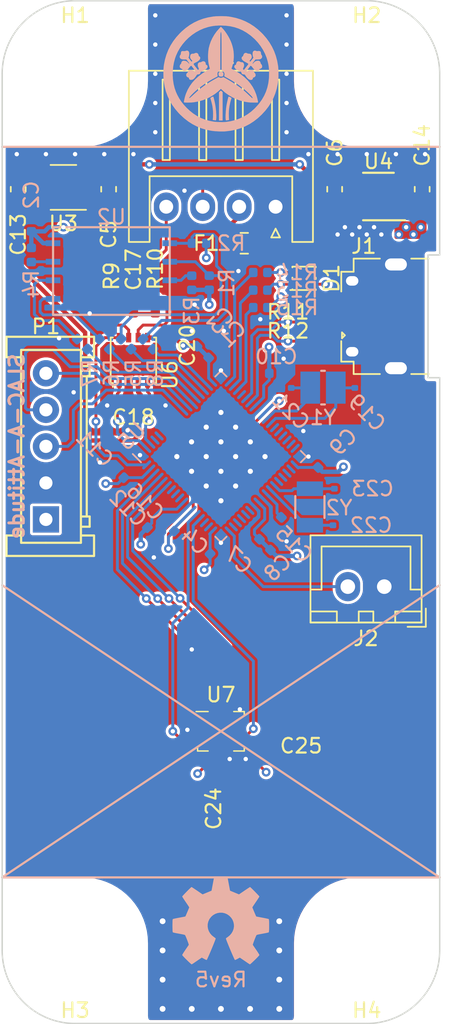
<source format=kicad_pcb>
(kicad_pcb (version 20171130) (host pcbnew "(5.1.4)-1")
  (layers (0 F.Cu signal) (1 POW.Cu power) (2 GND.Cu power) (31 B.Cu signal) (34 B.Paste user) (35 F.Paste user) (36 B.SilkS user) (37 F.SilkS user) (38 B.Mask user) (39 F.Mask user) (44 Edge.Cuts user))
  (net 0 "")
  (net 1 +3V3)
  (net 2 GND)
  (net 3 "Net-(C5-Pad1)")
  (net 4 +5V)
  (net 5 "Net-(C15-Pad2)")
  (net 6 "Net-(C16-Pad2)")
  (net 7 "Net-(C17-Pad1)")
  (net 8 "Net-(C19-Pad1)")
  (net 9 "Net-(C21-Pad1)")
  (net 10 "Net-(D1-Pad1)")
  (net 11 "Net-(D1-Pad2)")
  (net 12 "Net-(D1-Pad3)")
  (net 13 "Net-(J1-Pad2)")
  (net 14 "Net-(J1-Pad3)")
  (net 15 "Net-(P1-Pad3)")
  (net 16 "Net-(P1-Pad4)")
  (net 17 "Net-(P1-Pad5)")
  (net 18 "Net-(R1-Pad2)")
  (net 19 "Net-(R2-Pad2)")
  (net 20 "Net-(R3-Pad2)")
  (net 21 "Net-(R4-Pad2)")
  (net 22 /Flash-MISO)
  (net 23 /Flash-MOSI)
  (net 24 "Net-(R6-Pad1)")
  (net 25 "Net-(R7-Pad1)")
  (net 26 /Flash-SCLK)
  (net 27 /Flash-~CS)
  (net 28 "Net-(R9-Pad1)")
  (net 29 "Net-(R10-Pad2)")
  (net 30 "Net-(R11-Pad2)")
  (net 31 "Net-(R12-Pad2)")
  (net 32 /LED-R)
  (net 33 /LED-G)
  (net 34 /LED-B)
  (net 35 /CAN-TXD)
  (net 36 /CAN-RXD)
  (net 37 /CAN-STB)
  (net 38 VCC)
  (net 39 /Crystal_kHz_XI)
  (net 40 /Crystal_kHz_XO)
  (net 41 /External_IO)
  (net 42 /AGM-INT2)
  (net 43 /AGM-INT1)
  (net 44 /AGM-~CS)
  (net 45 /AGM-MISO)
  (net 46 /AGM-MOSI)
  (net 47 /AGM-SCLK)
  (module Symbol:OSHW-Symbol_6.7x6mm_SilkScreen (layer B.Cu) (at 115 158 180)
    (fp_text reference REF** hide)
    (fp_text value OSHW-Symbol_6.7x6mm_SilkScreen hide)
  )
  (module VVV-KiCad-Logo:kamon (layer B.Cu) (at 115 100 180)
    (fp_text reference G*** hide)
    (fp_text value LOGO hide)
  )
  (module KUTKiCad_footprint:LED_LiteOn_LTST-C19HE1WT (layer F.Cu) (at 120.7 114 90)
    (fp_text reference D1 (at 0 1.9 90) (layer F.SilkS))
    (fp_text value LED_RGBA)
    (pad 3 smd rect (at 0.4 0.7 90) (size 0.55 0.6) (layers F.Cu F.Paste F.Mask) (net 12 "Net-(D1-Pad3)"))
    (pad 4 smd rect (at -0.4 0.7 90) (size 0.55 0.6) (layers F.Cu F.Paste F.Mask) (net 1 +3V3))
    (pad 2 smd rect (at 0.4 -0.7 90) (size 0.55 0.6) (layers F.Cu F.Paste F.Mask) (net 11 "Net-(D1-Pad2)"))
    (pad 1 smd rect (at -0.4 -0.7 90) (size 0.55 0.6) (layers F.Cu F.Paste F.Mask) (net 10 "Net-(D1-Pad1)"))
  )
  (module KUTKiCad_footprint:Hirose_ZX_ZX62D-B-5P8 (layer F.Cu) (at 127 116.6 90)
    (fp_text reference J1 (at 4.8 -2.2 180) (layer F.SilkS))
    (fp_text value USB_B_Micro)
    (pad 6 smd rect (at 1.15 0 90) (size 1.8 1.9) (layers F.Cu F.Paste F.Mask) (net 2 GND))
    (pad 6 smd rect (at -1.15 0 90) (size 1.8 1.9) (layers F.Cu F.Paste F.Mask) (net 2 GND))
    (pad 6 thru_hole rect (at 3.55 0 90) (size 2.1 1.9) (drill oval 0.825 1.5 (offset 0.1 0)) (layers *.Cu *.Mask) (net 2 GND))
    (pad 6 thru_hole rect (at -3.55 0 90) (size 2.1 1.9) (drill oval 0.825 1.5 (offset -0.1 0)) (layers *.Cu *.Mask) (net 2 GND))
    (pad 6 thru_hole oval (at 2.425 -3 90) (size 1.05 1.25) (drill oval 0.65 0.85) (layers *.Cu *.Mask) (net 2 GND))
    (pad 6 thru_hole oval (at -2.425 -3 90) (size 1.05 1.25) (drill oval 0.65 0.85) (layers *.Cu *.Mask) (net 2 GND))
    (pad 5 smd rect (at 1.3 -2.675 90) (size 0.4 1.35) (layers F.Cu F.Paste F.Mask) (net 2 GND))
    (pad 4 smd rect (at 0.65 -2.675 90) (size 0.4 1.35) (layers F.Cu F.Paste F.Mask))
    (pad 3 smd rect (at 0 -2.675 90) (size 0.4 1.35) (layers F.Cu F.Paste F.Mask) (net 14 "Net-(J1-Pad3)"))
    (pad 2 smd rect (at -0.65 -2.675 90) (size 0.4 1.35) (layers F.Cu F.Paste F.Mask) (net 13 "Net-(J1-Pad2)"))
    (pad 1 smd rect (at -1.3 -2.675 90) (size 0.4 1.35) (layers F.Cu F.Paste F.Mask))
  )
  (module Capacitor_SMD:C_0402_1005Metric (layer B.Cu) (at 114.5 119.1 45)
    (fp_text reference C1 (at 1.838478 0 45) (layer B.SilkS) (effects (justify mirror)))
    (fp_text value 0.1uF)
    (pad 1 smd roundrect (at -0.485 0 45) (size 0.59 0.64) (layers B.Cu B.Paste B.Mask) (net 1 +3V3))
    (pad 2 smd roundrect (at 0.485 0 45) (size 0.59 0.64) (layers B.Cu B.Paste B.Mask) (net 2 GND))
  )
  (module Capacitor_SMD:C_0402_1005Metric (layer B.Cu) (at 102 110.3 90)
    (fp_text reference C2 (at 2 0 90) (layer B.SilkS) (effects (justify mirror)))
    (fp_text value 0.1uF)
    (pad 2 smd roundrect (at 0.485 0 90) (size 0.59 0.64) (layers B.Cu B.Paste B.Mask) (net 2 GND))
    (pad 1 smd roundrect (at -0.485 0 90) (size 0.59 0.64) (layers B.Cu B.Paste B.Mask) (net 1 +3V3))
  )
  (module Capacitor_SMD:C_0402_1005Metric (layer B.Cu) (at 113.697053 118.302947 45)
    (fp_text reference C3 (at 1.913356 -0.070711 225) (layer B.SilkS) (effects (justify mirror)))
    (fp_text value 0.1uF)
    (pad 1 smd roundrect (at -0.485 0 45) (size 0.59 0.64) (layers B.Cu B.Paste B.Mask) (net 1 +3V3))
    (pad 2 smd roundrect (at 0.485 0 45) (size 0.59 0.64) (layers B.Cu B.Paste B.Mask) (net 2 GND))
  )
  (module Capacitor_SMD:C_0402_1005Metric (layer B.Cu) (at 114.6 133.2 315)
    (fp_text reference C4 (at -1.838478 0.141421 135) (layer B.SilkS) (effects (justify mirror)))
    (fp_text value 0.1uF)
    (pad 2 smd roundrect (at 0.485 0 315) (size 0.59 0.64) (layers B.Cu B.Paste B.Mask) (net 2 GND))
    (pad 1 smd roundrect (at -0.485 0 315) (size 0.59 0.64) (layers B.Cu B.Paste B.Mask) (net 1 +3V3))
  )
  (module Capacitor_SMD:C_0603_1608Metric (layer F.Cu) (at 107.3 107.9 90)
    (fp_text reference C5 (at -3.1 0 270) (layer F.SilkS))
    (fp_text value 10uF)
    (pad 1 smd roundrect (at -0.7875 0 90) (size 0.875 0.95) (layers F.Cu F.Paste F.Mask) (net 3 "Net-(C5-Pad1)"))
    (pad 2 smd roundrect (at 0.7875 0 90) (size 0.875 0.95) (layers F.Cu F.Paste F.Mask) (net 2 GND))
  )
  (module Capacitor_SMD:C_0603_1608Metric (layer F.Cu) (at 122.8 107.9 90)
    (fp_text reference C6 (at 2.5 0 90) (layer F.SilkS))
    (fp_text value 10uF)
    (pad 2 smd roundrect (at 0.7875 0 90) (size 0.875 0.95) (layers F.Cu F.Paste F.Mask) (net 2 GND))
    (pad 1 smd roundrect (at -0.7875 0 90) (size 0.875 0.95) (layers F.Cu F.Paste F.Mask) (net 3 "Net-(C5-Pad1)"))
  )
  (module Capacitor_SMD:C_0402_1005Metric (layer B.Cu) (at 117.3 132.2 225)
    (fp_text reference C7 (at 1.555635 0 135) (layer B.SilkS) (effects (justify mirror)))
    (fp_text value 0.1uF)
    (pad 1 smd roundrect (at -0.485 0 225) (size 0.59 0.64) (layers B.Cu B.Paste B.Mask) (net 1 +3V3))
    (pad 2 smd roundrect (at 0.485 0 225) (size 0.59 0.64) (layers B.Cu B.Paste B.Mask) (net 2 GND))
  )
  (module Capacitor_SMD:C_0402_1005Metric (layer B.Cu) (at 118.057053 132.942947 225)
    (fp_text reference C8 (at 0.009974 -1.202082 45) (layer B.SilkS) (effects (justify mirror)))
    (fp_text value 0.1uF)
    (pad 1 smd roundrect (at -0.485 0 225) (size 0.59 0.64) (layers B.Cu B.Paste B.Mask) (net 1 +3V3))
    (pad 2 smd roundrect (at 0.485 0 225) (size 0.59 0.64) (layers B.Cu B.Paste B.Mask) (net 2 GND))
  )
  (module Capacitor_SMD:C_0402_1005Metric (layer B.Cu) (at 122 126.6 45)
    (fp_text reference C9 (at 1.979899 0 45) (layer B.SilkS) (effects (justify mirror)))
    (fp_text value 0.1uF)
    (pad 2 smd roundrect (at 0.485 0 45) (size 0.59 0.64) (layers B.Cu B.Paste B.Mask) (net 2 GND))
    (pad 1 smd roundrect (at -0.485 0 45) (size 0.59 0.64) (layers B.Cu B.Paste B.Mask) (net 1 +3V3))
  )
  (module Capacitor_SMD:C_0402_1005Metric (layer B.Cu) (at 118.8 120.5)
    (fp_text reference C10 (at 0 -1.14 180) (layer B.SilkS) (effects (justify mirror)))
    (fp_text value 1uF)
    (pad 1 smd roundrect (at -0.485 0) (size 0.59 0.64) (layers B.Cu B.Paste B.Mask) (net 1 +3V3))
    (pad 2 smd roundrect (at 0.485 0) (size 0.59 0.64) (layers B.Cu B.Paste B.Mask) (net 2 GND))
  )
  (module Capacitor_SMD:C_0402_1005Metric (layer B.Cu) (at 108 127.3 135)
    (fp_text reference C11 (at 2.347595 0 315) (layer B.SilkS) (effects (justify mirror)))
    (fp_text value 0.1uF)
    (pad 2 smd roundrect (at 0.485 0 135) (size 0.59 0.64) (layers B.Cu B.Paste B.Mask) (net 2 GND))
    (pad 1 smd roundrect (at -0.485 0 135) (size 0.59 0.64) (layers B.Cu B.Paste B.Mask) (net 1 +3V3))
  )
  (module Capacitor_SMD:C_0402_1005Metric (layer B.Cu) (at 110.3 131.4 315)
    (fp_text reference C12 (at -2.361737 0 135) (layer B.SilkS) (effects (justify mirror)))
    (fp_text value 1uF)
    (pad 2 smd roundrect (at 0.485 0 315) (size 0.59 0.64) (layers B.Cu B.Paste B.Mask) (net 2 GND))
    (pad 1 smd roundrect (at -0.485 0 315) (size 0.59 0.64) (layers B.Cu B.Paste B.Mask) (net 1 +3V3))
  )
  (module Capacitor_SMD:C_0603_1608Metric (layer F.Cu) (at 101.1 107.9 90)
    (fp_text reference C13 (at -3.1 0 270) (layer F.SilkS))
    (fp_text value 10uF)
    (pad 2 smd roundrect (at 0.7875 0 90) (size 0.875 0.95) (layers F.Cu F.Paste F.Mask) (net 2 GND))
    (pad 1 smd roundrect (at -0.7875 0 90) (size 0.875 0.95) (layers F.Cu F.Paste F.Mask) (net 4 +5V))
  )
  (module Capacitor_SMD:C_0603_1608Metric (layer F.Cu) (at 128.8 107.9 90)
    (fp_text reference C14 (at 3 0 90) (layer F.SilkS))
    (fp_text value 10uF)
    (pad 1 smd roundrect (at -0.7875 0 90) (size 0.875 0.95) (layers F.Cu F.Paste F.Mask) (net 1 +3V3))
    (pad 2 smd roundrect (at 0.7875 0 90) (size 0.875 0.95) (layers F.Cu F.Paste F.Mask) (net 2 GND))
  )
  (module Capacitor_SMD:C_0402_1005Metric (layer B.Cu) (at 118.8 130.7 45)
    (fp_text reference C15 (at -0.212132 1.909188 315) (layer B.SilkS) (effects (justify mirror)))
    (fp_text value 1uF)
    (pad 1 smd roundrect (at -0.485 0 45) (size 0.59 0.64) (layers B.Cu B.Paste B.Mask) (net 2 GND))
    (pad 2 smd roundrect (at 0.485 0 45) (size 0.59 0.64) (layers B.Cu B.Paste B.Mask) (net 5 "Net-(C15-Pad2)"))
  )
  (module Capacitor_SMD:C_0402_1005Metric (layer B.Cu) (at 111.46 130.96 315)
    (fp_text reference C16 (at -2.347595 0 135) (layer B.SilkS) (effects (justify mirror)))
    (fp_text value 1uF)
    (pad 1 smd roundrect (at -0.485 0 315) (size 0.59 0.64) (layers B.Cu B.Paste B.Mask) (net 2 GND))
    (pad 2 smd roundrect (at 0.485 0 315) (size 0.59 0.64) (layers B.Cu B.Paste B.Mask) (net 6 "Net-(C16-Pad2)"))
  )
  (module Capacitor_SMD:C_0402_1005Metric (layer F.Cu) (at 109 115.9 90)
    (fp_text reference C17 (at 2.5 0 90) (layer F.SilkS))
    (fp_text value 4.7nF)
    (pad 2 smd roundrect (at 0.485 0 90) (size 0.59 0.64) (layers F.Cu F.Paste F.Mask) (net 2 GND))
    (pad 1 smd roundrect (at -0.485 0 90) (size 0.59 0.64) (layers F.Cu F.Paste F.Mask) (net 7 "Net-(C17-Pad1)"))
  )
  (module Capacitor_SMD:C_0402_1005Metric (layer F.Cu) (at 109 122.4)
    (fp_text reference C18 (at 0 1.1) (layer F.SilkS))
    (fp_text value 0.1uF)
    (pad 2 smd roundrect (at 0.485 0) (size 0.59 0.64) (layers F.Cu F.Paste F.Mask) (net 4 +5V))
    (pad 1 smd roundrect (at -0.485 0) (size 0.59 0.64) (layers F.Cu F.Paste F.Mask) (net 2 GND))
  )
  (module Capacitor_SMD:C_0201_0603Metric (layer B.Cu) (at 124.5 121.5)
    (fp_text reference C19 (at 0.5 1.7 315) (layer B.SilkS) (effects (justify mirror)))
    (fp_text value 9pF)
    (pad 1 smd roundrect (at -0.32 0) (size 0.46 0.4) (layers B.Cu B.Mask) (net 8 "Net-(C19-Pad1)"))
    (pad 2 smd roundrect (at 0.32 0) (size 0.46 0.4) (layers B.Cu B.Mask) (net 2 GND))
  )
  (module Capacitor_SMD:C_0402_1005Metric (layer F.Cu) (at 111.4 118.6 270)
    (fp_text reference C20 (at 0 -1.3 90) (layer F.SilkS))
    (fp_text value 0.1uF)
    (pad 1 smd roundrect (at -0.485 0 270) (size 0.59 0.64) (layers F.Cu F.Paste F.Mask) (net 1 +3V3))
    (pad 2 smd roundrect (at 0.485 0 270) (size 0.59 0.64) (layers F.Cu F.Paste F.Mask) (net 2 GND))
  )
  (module Capacitor_SMD:C_0201_0603Metric (layer B.Cu) (at 119.5 121.5 180)
    (fp_text reference C21 (at -0.3 -1.6 135) (layer B.SilkS) (effects (justify mirror)))
    (fp_text value 9pF)
    (pad 2 smd roundrect (at 0.32 0 180) (size 0.46 0.4) (layers B.Cu B.Mask) (net 2 GND))
    (pad 1 smd roundrect (at -0.32 0 180) (size 0.46 0.4) (layers B.Cu B.Mask) (net 9 "Net-(C21-Pad1)"))
  )
  (module Fuse:Fuse_0805_2012Metric (layer F.Cu) (at 116.6 111.6 180)
    (fp_text reference F1 (at 2.6 0) (layer F.SilkS))
    (fp_text value Polyfuse)
    (pad 1 smd roundrect (at -0.9375 0 180) (size 0.975 1.4) (layers F.Cu F.Paste F.Mask) (net 3 "Net-(C5-Pad1)"))
    (pad 2 smd roundrect (at 0.9375 0 180) (size 0.975 1.4) (layers F.Cu F.Paste F.Mask) (net 38 VCC))
  )
  (module MountingHole:MountingHole_3.2mm_M3 (layer F.Cu) (at 105 100)
    (fp_text reference H1 (at 0 -4) (layer F.SilkS))
    (fp_text value MountingHole)
    (pad 1 np_thru_hole circle (at 0 0) (size 3.2 3.2) (drill 3.2) (layers *.Cu *.Mask))
  )
  (module MountingHole:MountingHole_3.2mm_M3 (layer F.Cu) (at 125 100)
    (fp_text reference H2 (at 0 -4) (layer F.SilkS))
    (fp_text value MountingHole)
    (pad 1 np_thru_hole circle (at 0 0) (size 3.2 3.2) (drill 3.2) (layers *.Cu *.Mask))
  )
  (module MountingHole:MountingHole_3.2mm_M3 (layer F.Cu) (at 105 160)
    (fp_text reference H3 (at 0 4.1) (layer F.SilkS))
    (fp_text value MountingHole)
    (pad 1 np_thru_hole circle (at 0 0) (size 3.2 3.2) (drill 3.2) (layers *.Cu *.Mask))
  )
  (module MountingHole:MountingHole_3.2mm_M3 (layer F.Cu) (at 125 160)
    (fp_text reference H4 (at 0 4.1) (layer F.SilkS))
    (fp_text value MountingHole)
    (pad 1 np_thru_hole circle (at 0 0) (size 3.2 3.2) (drill 3.2) (layers *.Cu *.Mask))
  )
  (module KUTKiCad_footprint:JST_JQ_05JQ-BT_1x05_P2.5mm_Vertical (layer F.Cu) (at 103 130.5 270)
    (fp_text reference P1 (at -13.2 0 180) (layer F.SilkS))
    (fp_text value KRC_Conn_SWD)
    (pad 1 thru_hole rect (at 0 0 270) (size 1.8 1.8) (drill 0.9) (layers *.Cu *.Mask))
    (pad 2 thru_hole circle (at -2.5 0 270) (size 1.8 1.8) (drill 0.9) (layers *.Cu *.Mask) (net 2 GND))
    (pad 3 thru_hole circle (at -5 0 270) (size 1.8 1.8) (drill 0.9) (layers *.Cu *.Mask) (net 15 "Net-(P1-Pad3)"))
    (pad 4 thru_hole circle (at -7.5 0 270) (size 1.8 1.8) (drill 0.9) (layers *.Cu *.Mask) (net 16 "Net-(P1-Pad4)"))
    (pad 5 thru_hole circle (at -10 0 270) (size 1.8 1.8) (drill 0.9) (layers *.Cu *.Mask) (net 17 "Net-(P1-Pad5)"))
  )
  (module Resistor_SMD:R_0402_1005Metric (layer B.Cu) (at 114.2 114.3 90)
    (fp_text reference R1 (at 0 1.2 90) (layer B.SilkS) (effects (justify mirror)))
    (fp_text value 4.7kΩ)
    (pad 2 smd roundrect (at 0.485 0 90) (size 0.59 0.64) (layers B.Cu B.Paste B.Mask) (net 18 "Net-(R1-Pad2)"))
    (pad 1 smd roundrect (at -0.485 0 90) (size 0.59 0.64) (layers B.Cu B.Paste B.Mask) (net 1 +3V3))
  )
  (module Resistor_SMD:R_0402_1005Metric (layer B.Cu) (at 113.5 111.6 180)
    (fp_text reference R2 (at -2.2 0) (layer B.SilkS) (effects (justify mirror)))
    (fp_text value 4.7kΩ)
    (pad 2 smd roundrect (at 0.485 0 180) (size 0.59 0.64) (layers B.Cu B.Paste B.Mask) (net 19 "Net-(R2-Pad2)"))
    (pad 1 smd roundrect (at -0.485 0 180) (size 0.59 0.64) (layers B.Cu B.Paste B.Mask) (net 1 +3V3))
  )
  (module Resistor_SMD:R_0402_1005Metric (layer B.Cu) (at 113 114.305 90)
    (fp_text reference R3 (at -1.905 0 90) (layer B.SilkS) (effects (justify mirror)))
    (fp_text value 4.7kΩ)
    (pad 1 smd roundrect (at -0.485 0 90) (size 0.59 0.64) (layers B.Cu B.Paste B.Mask) (net 1 +3V3))
    (pad 2 smd roundrect (at 0.485 0 90) (size 0.59 0.64) (layers B.Cu B.Paste B.Mask) (net 20 "Net-(R3-Pad2)"))
  )
  (module Resistor_SMD:R_0402_1005Metric (layer B.Cu) (at 102 112.4 270)
    (fp_text reference R4 (at 2 0 90) (layer B.SilkS) (effects (justify mirror)))
    (fp_text value 4.7kΩ)
    (pad 2 smd roundrect (at 0.485 0 270) (size 0.59 0.64) (layers B.Cu B.Paste B.Mask) (net 21 "Net-(R4-Pad2)"))
    (pad 1 smd roundrect (at -0.485 0 270) (size 0.59 0.64) (layers B.Cu B.Paste B.Mask) (net 1 +3V3))
  )
  (module Resistor_SMD:R_0402_1005Metric (layer B.Cu) (at 108.5 118.5 315)
    (fp_text reference R5 (at 1.767767 1.06066 270) (layer B.SilkS) (effects (justify mirror)))
    (fp_text value 22Ω)
    (pad 1 smd roundrect (at -0.485 0 315) (size 0.59 0.64) (layers B.Cu B.Paste B.Mask) (net 18 "Net-(R1-Pad2)"))
    (pad 2 smd roundrect (at 0.485 0 315) (size 0.59 0.64) (layers B.Cu B.Paste B.Mask) (net 22 /Flash-MISO))
  )
  (module Resistor_SMD:R_0402_1005Metric (layer B.Cu) (at 107.01 118.5 315)
    (fp_text reference R6 (at 1.760696 1.067731 270) (layer B.SilkS) (effects (justify mirror)))
    (fp_text value 22Ω)
    (pad 2 smd roundrect (at 0.485 0 315) (size 0.59 0.64) (layers B.Cu B.Paste B.Mask) (net 23 /Flash-MOSI))
    (pad 1 smd roundrect (at -0.485 0 315) (size 0.59 0.64) (layers B.Cu B.Paste B.Mask) (net 24 "Net-(R6-Pad1)"))
  )
  (module Resistor_SMD:R_0402_1005Metric (layer B.Cu) (at 105.5 118.5 315)
    (fp_text reference R7 (at 1.767767 1.06066 90) (layer B.SilkS) (effects (justify mirror)))
    (fp_text value 22Ω)
    (pad 1 smd roundrect (at -0.485 0 315) (size 0.59 0.64) (layers B.Cu B.Paste B.Mask) (net 25 "Net-(R7-Pad1)"))
    (pad 2 smd roundrect (at 0.485 0 315) (size 0.59 0.64) (layers B.Cu B.Paste B.Mask) (net 26 /Flash-SCLK))
  )
  (module Resistor_SMD:R_0402_1005Metric (layer B.Cu) (at 110 118.5 315)
    (fp_text reference R8 (at 1.767767 1.06066 270) (layer B.SilkS) (effects (justify mirror)))
    (fp_text value 22Ω)
    (pad 1 smd roundrect (at -0.485 0 315) (size 0.59 0.64) (layers B.Cu B.Paste B.Mask) (net 19 "Net-(R2-Pad2)"))
    (pad 2 smd roundrect (at 0.485 0 315) (size 0.59 0.64) (layers B.Cu B.Paste B.Mask) (net 27 /Flash-~CS))
  )
  (module Resistor_SMD:R_0402_1005Metric (layer F.Cu) (at 107.5 115.9 270)
    (fp_text reference R9 (at -2.05 0 90) (layer F.SilkS))
    (fp_text value 56Ω)
    (pad 1 smd roundrect (at -0.485 0 270) (size 0.59 0.64) (layers F.Cu F.Paste F.Mask) (net 28 "Net-(R9-Pad1)"))
    (pad 2 smd roundrect (at 0.485 0 270) (size 0.59 0.64) (layers F.Cu F.Paste F.Mask) (net 7 "Net-(C17-Pad1)"))
  )
  (module Resistor_SMD:R_0402_1005Metric (layer F.Cu) (at 110.5 115.9 90)
    (fp_text reference R10 (at 2.55 0 90) (layer F.SilkS))
    (fp_text value 56Ω)
    (pad 1 smd roundrect (at -0.485 0 90) (size 0.59 0.64) (layers F.Cu F.Paste F.Mask) (net 7 "Net-(C17-Pad1)"))
    (pad 2 smd roundrect (at 0.485 0 90) (size 0.59 0.64) (layers F.Cu F.Paste F.Mask) (net 29 "Net-(R10-Pad2)"))
  )
  (module Resistor_SMD:R_0402_1005Metric (layer F.Cu) (at 122 116.3 180)
    (fp_text reference R11 (at 2.4 0) (layer F.SilkS))
    (fp_text value 22Ω)
    (pad 2 smd roundrect (at 0.485 0 180) (size 0.59 0.64) (layers F.Cu F.Paste F.Mask) (net 30 "Net-(R11-Pad2)"))
    (pad 1 smd roundrect (at -0.485 0 180) (size 0.59 0.64) (layers F.Cu F.Paste F.Mask) (net 14 "Net-(J1-Pad3)"))
  )
  (module Resistor_SMD:R_0402_1005Metric (layer F.Cu) (at 122 117.6 180)
    (fp_text reference R12 (at 2.4 0) (layer F.SilkS))
    (fp_text value 22Ω)
    (pad 1 smd roundrect (at -0.485 0 180) (size 0.59 0.64) (layers F.Cu F.Paste F.Mask) (net 13 "Net-(J1-Pad2)"))
    (pad 2 smd roundrect (at 0.485 0 180) (size 0.59 0.64) (layers F.Cu F.Paste F.Mask) (net 31 "Net-(R12-Pad2)"))
  )
  (module Resistor_SMD:R_0402_1005Metric (layer B.Cu) (at 117.7 114.81 180)
    (fp_text reference R13 (at -2.52 0.01) (layer B.SilkS) (effects (justify mirror)))
    (fp_text value 1.5kΩ)
    (pad 1 smd roundrect (at -0.485 0 180) (size 0.59 0.64) (layers B.Cu B.Paste B.Mask) (net 10 "Net-(D1-Pad1)"))
    (pad 2 smd roundrect (at 0.485 0 180) (size 0.59 0.64) (layers B.Cu B.Paste B.Mask) (net 32 /LED-R))
  )
  (module Resistor_SMD:R_0402_1005Metric (layer B.Cu) (at 117.7 113.6 180)
    (fp_text reference R14 (at -2.52 0) (layer B.SilkS) (effects (justify mirror)))
    (fp_text value 820Ω)
    (pad 2 smd roundrect (at 0.485 0 180) (size 0.59 0.64) (layers B.Cu B.Paste B.Mask) (net 33 /LED-G))
    (pad 1 smd roundrect (at -0.485 0 180) (size 0.59 0.64) (layers B.Cu B.Paste B.Mask) (net 11 "Net-(D1-Pad2)"))
  )
  (module Resistor_SMD:R_0402_1005Metric (layer B.Cu) (at 117.7 116 180)
    (fp_text reference R15 (at -2.53 0) (layer B.SilkS) (effects (justify mirror)))
    (fp_text value 820Ω)
    (pad 2 smd roundrect (at 0.485 0 180) (size 0.59 0.64) (layers B.Cu B.Paste B.Mask) (net 34 /LED-B))
    (pad 1 smd roundrect (at -0.485 0 180) (size 0.59 0.64) (layers B.Cu B.Paste B.Mask) (net 12 "Net-(D1-Pad3)"))
  )
  (module Connector_JST:JST_XH_S4B-XH-A_1x04_P2.50mm_Horizontal (layer F.Cu) (at 118.75 109.1 180)
    (fp_text reference U1 (at 3.75 10.3) (layer F.SilkS))
    (fp_text value KRC_Conn_CAN)
    (pad 1 thru_hole roundrect (at 0 0 180) (size 1.7 1.95) (drill 0.95) (layers *.Cu *.Mask) (roundrect_rratio 0.147059) (net 2 GND))
    (pad 2 thru_hole oval (at 2.5 0 180) (size 1.7 1.95) (drill 0.95) (layers *.Cu *.Mask) (net 38 VCC))
    (pad 3 thru_hole oval (at 5 0 180) (size 1.7 1.95) (drill 0.95) (layers *.Cu *.Mask) (net 28 "Net-(R9-Pad1)"))
    (pad 4 thru_hole oval (at 7.5 0 180) (size 1.7 1.95) (drill 0.95) (layers *.Cu *.Mask) (net 29 "Net-(R10-Pad2)"))
  )
  (module KUTKiCad_footprint:WSON-8_8x6mm_P1.27mm (layer B.Cu) (at 107.49 113.5 180)
    (fp_text reference U2 (at 0 3.7) (layer B.SilkS) (effects (justify mirror)))
    (fp_text value W25N01GVxxIG-IT)
    (pad 4 smd rect (at -4 -1.905 180) (size 1 0.4) (layers B.Cu B.Paste B.Mask) (net 2 GND))
    (pad 6 smd rect (at 4 -0.635 180) (size 1 0.4) (layers B.Cu B.Paste B.Mask) (net 25 "Net-(R7-Pad1)"))
    (pad 7 smd rect (at 4 0.635 180) (size 1 0.4) (layers B.Cu B.Paste B.Mask) (net 21 "Net-(R4-Pad2)"))
    (pad 2 smd rect (at -4 0.635 180) (size 1 0.4) (layers B.Cu B.Paste B.Mask) (net 18 "Net-(R1-Pad2)"))
    (pad 5 smd rect (at 4 -1.905 180) (size 1 0.4) (layers B.Cu B.Paste B.Mask) (net 24 "Net-(R6-Pad1)"))
    (pad 8 smd rect (at 4 1.905 180) (size 1 0.4) (layers B.Cu B.Paste B.Mask) (net 1 +3V3))
    (pad 9 smd rect (at 0 0 180) (size 4.7 4.6) (layers B.Cu B.Paste B.Mask) (net 2 GND))
    (pad 3 smd rect (at -4 -0.635 180) (size 1 0.4) (layers B.Cu B.Paste B.Mask) (net 20 "Net-(R3-Pad2)"))
    (pad 1 smd rect (at -4 1.905 180) (size 1 0.4) (layers B.Cu B.Paste B.Mask) (net 19 "Net-(R2-Pad2)"))
  )
  (module Package_TO_SOT_SMD:TSOT-23-5 (layer F.Cu) (at 104.2 107.8 180)
    (fp_text reference U3 (at 0 -2.45) (layer F.SilkS))
    (fp_text value LT1761-5)
    (pad 1 smd rect (at -1.31 -0.95 180) (size 1.22 0.65) (layers F.Cu F.Paste F.Mask) (net 3 "Net-(C5-Pad1)"))
    (pad 2 smd rect (at -1.31 0 180) (size 1.22 0.65) (layers F.Cu F.Paste F.Mask) (net 2 GND))
    (pad 3 smd rect (at -1.31 0.95 180) (size 1.22 0.65) (layers F.Cu F.Paste F.Mask) (net 3 "Net-(C5-Pad1)"))
    (pad 4 smd rect (at 1.31 0.95 180) (size 1.22 0.65) (layers F.Cu F.Paste F.Mask))
    (pad 5 smd rect (at 1.31 -0.95 180) (size 1.22 0.65) (layers F.Cu F.Paste F.Mask) (net 4 +5V))
  )
  (module Package_DFN_QFN:DFN-8-1EP_3x3mm_P0.5mm_EP1.66x2.38mm (layer F.Cu) (at 125.8 108.4 180)
    (fp_text reference U4 (at 0 2.4) (layer F.SilkS))
    (fp_text value LT1965xDD-3.3)
    (pad 1 smd rect (at -1.4 -0.75 180) (size 0.7 0.25) (layers F.Cu F.Paste F.Mask) (net 1 +3V3))
    (pad 2 smd rect (at -1.4 -0.25 180) (size 0.7 0.25) (layers F.Cu F.Paste F.Mask) (net 1 +3V3))
    (pad 3 smd rect (at -1.4 0.25 180) (size 0.7 0.25) (layers F.Cu F.Paste F.Mask) (net 1 +3V3))
    (pad 4 smd rect (at -1.4 0.75 180) (size 0.7 0.25) (layers F.Cu F.Paste F.Mask) (net 2 GND))
    (pad 5 smd rect (at 1.4 0.75 180) (size 0.7 0.25) (layers F.Cu F.Paste F.Mask) (net 2 GND))
    (pad 6 smd rect (at 1.4 0.25 180) (size 0.7 0.25) (layers F.Cu F.Paste F.Mask) (net 3 "Net-(C5-Pad1)"))
    (pad 7 smd rect (at 1.4 -0.25 180) (size 0.7 0.25) (layers F.Cu F.Paste F.Mask) (net 3 "Net-(C5-Pad1)"))
    (pad 8 smd rect (at 1.4 -0.75 180) (size 0.7 0.25) (layers F.Cu F.Paste F.Mask) (net 3 "Net-(C5-Pad1)"))
    (pad 9 smd rect (at 0 0 180) (size 1.66 2.38) (layers F.Cu F.Mask) (net 2 GND))
  )
  (module KUTKiCad_footprint:Cypress_QFN-68_EP_8x8_Pitch0.4mm (layer B.Cu) (at 115 126.2 315)
    (fp_text reference U5 (at -5.303301 3.323402 225) (layer B.SilkS) (effects (justify mirror)))
    (fp_text value CY8C58xxLTI-LPxxx)
    (pad 1 smd oval (at -4 3.2 225) (size 0.2 0.8) (layers B.Cu B.Paste B.Mask) (net 35 /CAN-TXD))
    (pad 2 smd oval (at -4 2.8 225) (size 0.2 0.8) (layers B.Cu B.Paste B.Mask) (net 36 /CAN-RXD))
    (pad 3 smd oval (at -4 2.4 225) (size 0.2 0.8) (layers B.Cu B.Paste B.Mask))
    (pad 4 smd oval (at -4 2 225) (size 0.2 0.8) (layers B.Cu B.Paste B.Mask))
    (pad 5 smd oval (at -4 1.6 225) (size 0.2 0.8) (layers B.Cu B.Paste B.Mask) (net 2 GND))
    (pad 6 smd oval (at -4 1.2 225) (size 0.2 0.8) (layers B.Cu B.Paste B.Mask) (net 2 GND))
    (pad 7 smd oval (at -4 0.8 225) (size 0.2 0.8) (layers B.Cu B.Paste B.Mask) (net 2 GND))
    (pad 8 smd oval (at -4 0.4 225) (size 0.2 0.8) (layers B.Cu B.Paste B.Mask) (net 2 GND))
    (pad 9 smd oval (at -4 0 225) (size 0.2 0.8) (layers B.Cu B.Paste B.Mask) (net 2 GND))
    (pad 10 smd oval (at -4 -0.4 225) (size 0.2 0.8) (layers B.Cu B.Paste B.Mask) (net 15 "Net-(P1-Pad3)"))
    (pad 11 smd oval (at -4 -0.8 225) (size 0.2 0.8) (layers B.Cu B.Paste B.Mask) (net 17 "Net-(P1-Pad5)"))
    (pad 12 smd oval (at -4 -1.2 225) (size 0.2 0.8) (layers B.Cu B.Paste B.Mask) (net 16 "Net-(P1-Pad4)"))
    (pad 13 smd oval (at -4 -1.6 225) (size 0.2 0.8) (layers B.Cu B.Paste B.Mask) (net 26 /Flash-SCLK))
    (pad 14 smd oval (at -4 -2 225) (size 0.2 0.8) (layers B.Cu B.Paste B.Mask) (net 23 /Flash-MOSI))
    (pad 15 smd oval (at -4 -2.4 225) (size 0.2 0.8) (layers B.Cu B.Paste B.Mask) (net 22 /Flash-MISO))
    (pad 16 smd oval (at -4 -2.8 225) (size 0.2 0.8) (layers B.Cu B.Paste B.Mask) (net 27 /Flash-~CS))
    (pad 17 smd oval (at -4 -3.2 225) (size 0.2 0.8) (layers B.Cu B.Paste B.Mask) (net 1 +3V3))
    (pad 18 smd oval (at -3.2 -4 315) (size 0.2 0.8) (layers B.Cu B.Paste B.Mask) (net 33 /LED-G))
    (pad 19 smd oval (at -2.8 -4 315) (size 0.2 0.8) (layers B.Cu B.Paste B.Mask) (net 32 /LED-R))
    (pad 20 smd oval (at -2.4 -4 315) (size 0.2 0.8) (layers B.Cu B.Paste B.Mask) (net 34 /LED-B))
    (pad 21 smd oval (at -2 -4 315) (size 0.2 0.8) (layers B.Cu B.Paste B.Mask))
    (pad 22 smd oval (at -1.6 -4 315) (size 0.2 0.8) (layers B.Cu B.Paste B.Mask) (net 30 "Net-(R11-Pad2)"))
    (pad 23 smd oval (at -1.2 -4 315) (size 0.2 0.8) (layers B.Cu B.Paste B.Mask) (net 31 "Net-(R12-Pad2)"))
    (pad 24 smd oval (at -0.8 -4 315) (size 0.2 0.8) (layers B.Cu B.Paste B.Mask) (net 1 +3V3))
    (pad 25 smd oval (at -0.4 -4 315) (size 0.2 0.8) (layers B.Cu B.Paste B.Mask) (net 2 GND))
    (pad 26 smd oval (at 0 -4 315) (size 0.2 0.8) (layers B.Cu B.Paste B.Mask) (net 6 "Net-(C16-Pad2)"))
    (pad 27 smd oval (at 0.4 -4 315) (size 0.2 0.8) (layers B.Cu B.Paste B.Mask) (net 9 "Net-(C21-Pad1)"))
    (pad 28 smd oval (at 0.8 -4 315) (size 0.2 0.8) (layers B.Cu B.Paste B.Mask) (net 8 "Net-(C19-Pad1)"))
    (pad 29 smd oval (at 1.2 -4 315) (size 0.2 0.8) (layers B.Cu B.Paste B.Mask))
    (pad 30 smd oval (at 1.6 -4 315) (size 0.2 0.8) (layers B.Cu B.Paste B.Mask))
    (pad 31 smd oval (at 2 -4 315) (size 0.2 0.8) (layers B.Cu B.Paste B.Mask))
    (pad 32 smd oval (at 2.4 -4 315) (size 0.2 0.8) (layers B.Cu B.Paste B.Mask))
    (pad 33 smd oval (at 2.8 -4 315) (size 0.2 0.8) (layers B.Cu B.Paste B.Mask))
    (pad 34 smd oval (at 3.2 -4 315) (size 0.2 0.8) (layers B.Cu B.Paste B.Mask))
    (pad 35 smd oval (at 4 -3.2 225) (size 0.2 0.8) (layers B.Cu B.Paste B.Mask) (net 1 +3V3))
    (pad 36 smd oval (at 4 -2.8 225) (size 0.2 0.8) (layers B.Cu B.Paste B.Mask))
    (pad 37 smd oval (at 4 -2.4 225) (size 0.2 0.8) (layers B.Cu B.Paste B.Mask))
    (pad 38 smd oval (at 4 -2 225) (size 0.2 0.8) (layers B.Cu B.Paste B.Mask))
    (pad 39 smd oval (at 4 -1.6 225) (size 0.2 0.8) (layers B.Cu B.Paste B.Mask))
    (pad 40 smd oval (at 4 -1.2 225) (size 0.2 0.8) (layers B.Cu B.Paste B.Mask) (net 40 /Crystal_kHz_XO))
    (pad 41 smd oval (at 4 -0.8 225) (size 0.2 0.8) (layers B.Cu B.Paste B.Mask) (net 39 /Crystal_kHz_XI))
    (pad 42 smd oval (at 4 -0.4 225) (size 0.2 0.8) (layers B.Cu B.Paste B.Mask) (net 5 "Net-(C15-Pad2)"))
    (pad 43 smd oval (at 4 0 225) (size 0.2 0.8) (layers B.Cu B.Paste B.Mask) (net 2 GND))
    (pad 44 smd oval (at 4 0.4 225) (size 0.2 0.8) (layers B.Cu B.Paste B.Mask) (net 1 +3V3))
    (pad 45 smd oval (at 4 0.8 225) (size 0.2 0.8) (layers B.Cu B.Paste B.Mask) (net 2 GND))
    (pad 46 smd oval (at 4 1.2 225) (size 0.2 0.8) (layers B.Cu B.Paste B.Mask))
    (pad 47 smd oval (at 4 1.6 225) (size 0.2 0.8) (layers B.Cu B.Paste B.Mask))
    (pad 48 smd oval (at 4 2 225) (size 0.2 0.8) (layers B.Cu B.Paste B.Mask))
    (pad 49 smd oval (at 4 2.4 225) (size 0.2 0.8) (layers B.Cu B.Paste B.Mask))
    (pad 50 smd oval (at 4 2.8 225) (size 0.2 0.8) (layers B.Cu B.Paste B.Mask))
    (pad 51 smd oval (at 4 3.2 225) (size 0.2 0.8) (layers B.Cu B.Paste B.Mask) (net 41 /External_IO))
    (pad 52 smd oval (at 3.2 4 315) (size 0.2 0.8) (layers B.Cu B.Paste B.Mask) (net 1 +3V3))
    (pad 53 smd oval (at 2.8 4 315) (size 0.2 0.8) (layers B.Cu B.Paste B.Mask))
    (pad 54 smd oval (at 2.4 4 315) (size 0.2 0.8) (layers B.Cu B.Paste B.Mask))
    (pad 55 smd oval (at 2 4 315) (size 0.2 0.8) (layers B.Cu B.Paste B.Mask) (net 42 /AGM-INT2))
    (pad 56 smd oval (at 1.6 4 315) (size 0.2 0.8) (layers B.Cu B.Paste B.Mask) (net 43 /AGM-INT1))
    (pad 57 smd oval (at 1.2 4 315) (size 0.2 0.8) (layers B.Cu B.Paste B.Mask) (net 6 "Net-(C16-Pad2)"))
    (pad 58 smd oval (at 0.8 4 315) (size 0.2 0.8) (layers B.Cu B.Paste B.Mask) (net 2 GND))
    (pad 59 smd oval (at 0.4 4 315) (size 0.2 0.8) (layers B.Cu B.Paste B.Mask) (net 1 +3V3))
    (pad 60 smd oval (at 0 4 315) (size 0.2 0.8) (layers B.Cu B.Paste B.Mask))
    (pad 61 smd oval (at -0.4 4 315) (size 0.2 0.8) (layers B.Cu B.Paste B.Mask))
    (pad 62 smd oval (at -0.8 4 315) (size 0.2 0.8) (layers B.Cu B.Paste B.Mask))
    (pad 63 smd oval (at -1.2 4 315) (size 0.2 0.8) (layers B.Cu B.Paste B.Mask) (net 44 /AGM-~CS))
    (pad 64 smd oval (at -1.6 4 315) (size 0.2 0.8) (layers B.Cu B.Paste B.Mask) (net 45 /AGM-MISO))
    (pad 65 smd oval (at -2 4 315) (size 0.2 0.8) (layers B.Cu B.Paste B.Mask) (net 46 /AGM-MOSI))
    (pad 66 smd oval (at -2.4 4 315) (size 0.2 0.8) (layers B.Cu B.Paste B.Mask) (net 47 /AGM-SCLK))
    (pad 67 smd oval (at -2.8 4 315) (size 0.2 0.8) (layers B.Cu B.Paste B.Mask) (net 1 +3V3))
    (pad 68 smd oval (at -3.2 4 315) (size 0.2 0.8) (layers B.Cu B.Paste B.Mask) (net 37 /CAN-STB))
    (pad 69 smd rect (at -2.1375 2.1375 315) (size 1.425 1.425) (layers B.Cu B.Paste B.Mask) (net 2 GND))
    (pad 69 smd rect (at -2.1375 0.7125 315) (size 1.425 1.425) (layers B.Cu B.Paste B.Mask) (net 2 GND))
    (pad 69 smd rect (at -2.1375 -0.7125 315) (size 1.425 1.425) (layers B.Cu B.Paste B.Mask) (net 2 GND))
    (pad 69 smd rect (at -2.1375 -2.1375 315) (size 1.425 1.425) (layers B.Cu B.Paste B.Mask) (net 2 GND))
    (pad 69 smd rect (at -0.7125 2.1375 315) (size 1.425 1.425) (layers B.Cu B.Paste B.Mask) (net 2 GND))
    (pad 69 smd rect (at -0.7125 0.7125 315) (size 1.425 1.425) (layers B.Cu B.Paste B.Mask) (net 2 GND))
    (pad 69 smd rect (at -0.7125 -0.7125 315) (size 1.425 1.425) (layers B.Cu B.Paste B.Mask) (net 2 GND))
    (pad 69 smd rect (at -0.7125 -2.1375 315) (size 1.425 1.425) (layers B.Cu B.Paste B.Mask) (net 2 GND))
    (pad 69 smd rect (at 0.7125 2.1375 315) (size 1.425 1.425) (layers B.Cu B.Paste B.Mask) (net 2 GND))
    (pad 69 smd rect (at 0.7125 0.7125 315) (size 1.425 1.425) (layers B.Cu B.Paste B.Mask) (net 2 GND))
    (pad 69 smd rect (at 0.7125 -0.7125 315) (size 1.425 1.425) (layers B.Cu B.Paste B.Mask) (net 2 GND))
    (pad 69 smd rect (at 0.7125 -2.1375 315) (size 1.425 1.425) (layers B.Cu B.Paste B.Mask) (net 2 GND))
    (pad 69 smd rect (at 2.1375 2.1375 315) (size 1.425 1.425) (layers B.Cu B.Paste B.Mask) (net 2 GND))
    (pad 69 smd rect (at 2.1375 0.7125 315) (size 1.425 1.425) (layers B.Cu B.Paste B.Mask) (net 2 GND))
    (pad 69 smd rect (at 2.1375 -0.7125 315) (size 1.425 1.425) (layers B.Cu B.Paste B.Mask) (net 2 GND))
    (pad 69 smd rect (at 2.1375 -2.1375 315) (size 1.425 1.425) (layers B.Cu B.Paste B.Mask) (net 2 GND))
    (pad 69 thru_hole circle (at -2.1375 2.1375 315) (size 0.7125 0.7125) (drill 0.35625) (layers *.Cu *.Mask) (net 2 GND))
    (pad 69 thru_hole circle (at -2.1375 0.7125 315) (size 0.7125 0.7125) (drill 0.35625) (layers *.Cu *.Mask) (net 2 GND))
    (pad 69 thru_hole circle (at -2.1375 -0.7125 315) (size 0.7125 0.7125) (drill 0.35625) (layers *.Cu *.Mask) (net 2 GND))
    (pad 69 thru_hole circle (at -2.1375 -2.1375 315) (size 0.7125 0.7125) (drill 0.35625) (layers *.Cu *.Mask) (net 2 GND))
    (pad 69 thru_hole circle (at -0.7125 2.1375 315) (size 0.7125 0.7125) (drill 0.35625) (layers *.Cu *.Mask) (net 2 GND))
    (pad 69 thru_hole circle (at -0.7125 0.7125 315) (size 0.7125 0.7125) (drill 0.35625) (layers *.Cu *.Mask) (net 2 GND))
    (pad 69 thru_hole circle (at -0.7125 -0.7125 315) (size 0.7125 0.7125) (drill 0.35625) (layers *.Cu *.Mask) (net 2 GND))
    (pad 69 thru_hole circle (at -0.7125 -2.1375 315) (size 0.7125 0.7125) (drill 0.35625) (layers *.Cu *.Mask) (net 2 GND))
    (pad 69 thru_hole circle (at 0.7125 2.1375 315) (size 0.7125 0.7125) (drill 0.35625) (layers *.Cu *.Mask) (net 2 GND))
    (pad 69 thru_hole circle (at 0.7125 0.7125 315) (size 0.7125 0.7125) (drill 0.35625) (layers *.Cu *.Mask) (net 2 GND))
    (pad 69 thru_hole circle (at 0.7125 -0.7125 315) (size 0.7125 0.7125) (drill 0.35625) (layers *.Cu *.Mask) (net 2 GND))
    (pad 69 thru_hole circle (at 0.7125 -2.1375 315) (size 0.7125 0.7125) (drill 0.35625) (layers *.Cu *.Mask) (net 2 GND))
    (pad 69 thru_hole circle (at 2.1375 2.1375 315) (size 0.7125 0.7125) (drill 0.35625) (layers *.Cu *.Mask) (net 2 GND))
    (pad 69 thru_hole circle (at 2.1375 0.7125 315) (size 0.7125 0.7125) (drill 0.35625) (layers *.Cu *.Mask) (net 2 GND))
    (pad 69 thru_hole circle (at 2.1375 -0.7125 315) (size 0.7125 0.7125) (drill 0.35625) (layers *.Cu *.Mask) (net 2 GND))
    (pad 69 thru_hole circle (at 2.1375 -2.1375 315) (size 0.7125 0.7125) (drill 0.35625) (layers *.Cu *.Mask) (net 2 GND))
  )
  (module Package_DFN_QFN:DFN-8-1EP_3x3mm_P0.65mm_EP1.55x2.4mm (layer F.Cu) (at 109 119.61 90)
    (fp_text reference U6 (at -1 2.5 90) (layer F.SilkS))
    (fp_text value NCV7342)
    (pad 1 smd rect (at -1.55 -0.975 90) (size 0.65 0.35) (layers F.Cu F.Paste F.Mask) (net 35 /CAN-TXD))
    (pad 2 smd rect (at -1.55 -0.325 90) (size 0.65 0.35) (layers F.Cu F.Paste F.Mask) (net 2 GND))
    (pad 3 smd rect (at -1.55 0.325 90) (size 0.65 0.35) (layers F.Cu F.Paste F.Mask) (net 4 +5V))
    (pad 4 smd rect (at -1.55 0.975 90) (size 0.65 0.35) (layers F.Cu F.Paste F.Mask) (net 36 /CAN-RXD))
    (pad 5 smd rect (at 1.55 0.975 90) (size 0.65 0.35) (layers F.Cu F.Paste F.Mask) (net 1 +3V3))
    (pad 6 smd rect (at 1.55 0.325 90) (size 0.65 0.35) (layers F.Cu F.Paste F.Mask) (net 29 "Net-(R10-Pad2)"))
    (pad 7 smd rect (at 1.55 -0.325 90) (size 0.65 0.35) (layers F.Cu F.Paste F.Mask) (net 28 "Net-(R9-Pad1)"))
    (pad 8 smd rect (at 1.55 -0.975 90) (size 0.65 0.35) (layers F.Cu F.Paste F.Mask) (net 37 /CAN-STB))
    (pad 9 smd rect (at 0 0 90) (size 1.55 2.4) (layers F.Cu F.Mask) (net 2 GND))
  )
  (module KUTKiCad_footprint:Crystal_Murata_XRCHA (layer B.Cu) (at 122 121.48 180)
    (fp_text reference Y1 (at 0 -2.05) (layer B.SilkS) (effects (justify mirror)))
    (fp_text value Crystal_MHz)
    (pad 2 smd rect (at 0.875 0 180) (size 1.35 2.2) (layers B.Cu B.Paste B.Mask) (net 9 "Net-(C21-Pad1)"))
    (pad 1 smd rect (at -0.875 0 180) (size 1.35 2.2) (layers B.Cu B.Paste B.Mask) (net 8 "Net-(C19-Pad1)"))
  )
  (module Capacitor_SMD:C_0201_0603Metric (layer B.Cu) (at 123 130.9 180)
    (fp_text reference C22 (at -2.3 0) (layer B.SilkS) (effects (justify mirror)))
    (fp_text value 9pF)
    (pad 1 smd roundrect (at -0.32 0 180) (size 0.46 0.4) (layers B.Cu B.Mask) (net 2 GND))
    (pad 2 smd roundrect (at 0.32 0 180) (size 0.46 0.4) (layers B.Cu B.Mask) (net 39 /Crystal_kHz_XI))
  )
  (module Capacitor_SMD:C_0201_0603Metric (layer B.Cu) (at 123.1 128.4 180)
    (fp_text reference C23 (at -2.3 0) (layer B.SilkS) (effects (justify mirror)))
    (fp_text value 9pF)
    (pad 2 smd roundrect (at 0.32 0 180) (size 0.46 0.4) (layers B.Cu B.Mask) (net 40 /Crystal_kHz_XO))
    (pad 1 smd roundrect (at -0.32 0 180) (size 0.46 0.4) (layers B.Cu B.Mask) (net 2 GND))
  )
  (module Capacitor_SMD:C_0402_1005Metric (layer F.Cu) (at 114.5 147.8 90)
    (fp_text reference C24 (at -2.5 0 90) (layer F.SilkS))
    (fp_text value 1uF)
    (pad 1 smd roundrect (at -0.485 0 90) (size 0.59 0.64) (layers F.Cu F.Paste F.Mask) (net 2 GND))
    (pad 2 smd roundrect (at 0.485 0 90) (size 0.59 0.64) (layers F.Cu F.Paste F.Mask) (net 1 +3V3))
  )
  (module Capacitor_SMD:C_0402_1005Metric (layer F.Cu) (at 118 146)
    (fp_text reference C25 (at 2.5 0) (layer F.SilkS))
    (fp_text value 0.1uF)
    (pad 2 smd roundrect (at 0.485 0) (size 0.59 0.64) (layers F.Cu F.Paste F.Mask) (net 2 GND))
    (pad 1 smd roundrect (at -0.485 0) (size 0.59 0.64) (layers F.Cu F.Paste F.Mask) (net 1 +3V3))
  )
  (module Connector_JST:JST_XH_B2B-XH-A_1x02_P2.50mm_Vertical (layer F.Cu) (at 126.2 135.1 180)
    (fp_text reference J2 (at 1.25 -3.55) (layer F.SilkS))
    (fp_text value Conn_01x02)
    (pad 1 thru_hole roundrect (at 0 0 180) (size 1.7 2) (drill 1) (layers *.Cu *.Mask) (roundrect_rratio 0.147059) (net 2 GND))
    (pad 2 thru_hole oval (at 2.5 0 180) (size 1.7 2) (drill 1) (layers *.Cu *.Mask) (net 41 /External_IO))
  )
  (module Package_LGA:Bosch_LGA-14_3x2.5mm_P0.5mm (layer F.Cu) (at 115 145)
    (fp_text reference U7 (at 0 -2.5) (layer F.SilkS))
    (fp_text value BMX160)
    (pad 13 smd rect (at 0 -1.0125) (size 0.25 0.675) (layers F.Cu F.Paste F.Mask) (net 45 /AGM-MISO))
    (pad 14 smd rect (at -0.5 -1.0125) (size 0.25 0.675) (layers F.Cu F.Paste F.Mask) (net 46 /AGM-MOSI))
    (pad 12 smd rect (at 0.5 -1.0125) (size 0.25 0.675) (layers F.Cu F.Paste F.Mask) (net 44 /AGM-~CS))
    (pad 5 smd rect (at -0.5 1.0125) (size 0.25 0.675) (layers F.Cu F.Paste F.Mask) (net 1 +3V3))
    (pad 6 smd rect (at 0 1.0125) (size 0.25 0.675) (layers F.Cu F.Paste F.Mask) (net 2 GND))
    (pad 7 smd rect (at 0.5 1.0125) (size 0.25 0.675) (layers F.Cu F.Paste F.Mask) (net 2 GND))
    (pad 1 smd rect (at -1.2625 -0.75) (size 0.675 0.25) (layers F.Cu F.Paste F.Mask) (net 47 /AGM-SCLK))
    (pad 2 smd rect (at -1.2625 -0.25) (size 0.675 0.25) (layers F.Cu F.Paste F.Mask) (net 2 GND))
    (pad 3 smd rect (at -1.2625 0.25) (size 0.675 0.25) (layers F.Cu F.Paste F.Mask) (net 2 GND))
    (pad 4 smd rect (at -1.2625 0.75) (size 0.675 0.25) (layers F.Cu F.Paste F.Mask) (net 43 /AGM-INT1))
    (pad 8 smd rect (at 1.2625 0.75) (size 0.675 0.25) (layers F.Cu F.Paste F.Mask) (net 1 +3V3))
    (pad 9 smd rect (at 1.2625 0.25) (size 0.675 0.25) (layers F.Cu F.Paste F.Mask) (net 42 /AGM-INT2))
    (pad 10 smd rect (at 1.2625 -0.25) (size 0.675 0.25) (layers F.Cu F.Paste F.Mask))
    (pad 11 smd rect (at 1.2625 -0.75) (size 0.675 0.25) (layers F.Cu F.Paste F.Mask))
  )
  (module KUTKiCad_footprint:Crystal_SeikoEpson_FC-135 (layer B.Cu) (at 121.1 130.9 90)
    (fp_text reference Y2 (at 1.2 2 180) (layer B.SilkS) (effects (justify mirror)))
    (fp_text value Crystal_kHz)
    (pad 2 smd rect (at 2.5 0 90) (size 1 1.8) (layers B.Cu B.Paste B.Mask) (net 40 /Crystal_kHz_XO))
    (pad 1 smd rect (at 0 0 90) (size 1 1.8) (layers B.Cu B.Paste B.Mask) (net 39 /Crystal_kHz_XI))
  )
  (gr_line (start 100 135) (end 130 155) (layer B.SilkS) (width 0.15))
  (gr_line (start 130 135) (end 100 155) (layer B.SilkS) (width 0.15))
  (gr_text SLAC-A-Attitude (at 101 125.5 90) (layer B.SilkS) (effects (font (size 1 1) (thickness 0.2)) (justify mirror)))
  (gr_line (start 100 155) (end 130 155) (layer B.SilkS) (width 0.15))
  (gr_line (start 100 105) (end 130 105) (layer B.SilkS) (width 0.15))
  (gr_line (start 105 165) (end 125 165) (layer Edge.Cuts) (width 0.1))
  (gr_arc (start 125 160) (end 125 165) (angle -90) (layer Edge.Cuts) (width 0.1))
  (gr_arc (start 105 160) (end 100 160) (angle -90) (layer Edge.Cuts) (width 0.1))
  (gr_arc (start 105 100) (end 105 95) (angle -90) (layer Edge.Cuts) (width 0.1))
  (gr_arc (start 125 100) (end 130 100) (angle -90) (layer Edge.Cuts) (width 0.1))
  (gr_line (start 125 95) (end 105 95) (layer Edge.Cuts) (width 0.1))
  (gr_line (start 130 112.4) (end 130 100) (layer Edge.Cuts) (width 0.1))
  (gr_line (start 129.2 112.4) (end 130 112.4) (layer Edge.Cuts) (width 0.1))
  (gr_line (start 129.2 120.8) (end 129.2 112.4) (layer Edge.Cuts) (width 0.1))
  (gr_line (start 130 120.8) (end 129.2 120.8) (layer Edge.Cuts) (width 0.1))
  (gr_line (start 130 120.8) (end 130 160) (layer Edge.Cuts) (width 0.1))
  (gr_line (start 100 100) (end 100 160) (layer Edge.Cuts) (width 0.1))
  (gr_text Rev5 (at 115 162) (layer B.SilkS) (effects (font (size 1 1)) (justify mirror)))
  (segment (start 102 110.785) (end 102 111.915) (width 0.3) (layer B.Cu) (net 1))
  (segment (start 102.81 111.595) (end 102 110.785) (width 0.3) (layer B.Cu) (net 1))
  (segment (start 103.49 111.595) (end 102.81 111.595) (width 0.3) (layer B.Cu) (net 1))
  (segment (start 109.597255 127.642947) (end 108.942947 127.642947) (width 0.2) (layer B.Cu) (net 1))
  (segment (start 110.191674 127.048528) (end 109.597255 127.642947) (width 0.2) (layer B.Cu) (net 1))
  (segment (start 111.965686 129.8) (end 112.454416 129.31127) (width 0.2) (layer B.Cu) (net 1))
  (segment (start 110.904106 129.8) (end 111.965686 129.8) (width 0.2) (layer B.Cu) (net 1))
  (segment (start 120.268431 126.942947) (end 120.091169 126.765685) (width 0.2) (layer B.Cu) (net 1))
  (segment (start 121.657053 126.942947) (end 120.268431 126.942947) (width 0.2) (layer B.Cu) (net 1))
  (segment (start 118.315 120.955) (end 118.315 120.5) (width 0.2) (layer B.Cu) (net 1))
  (segment (start 117.93 121.34) (end 118.315 120.955) (width 0.2) (layer B.Cu) (net 1))
  (segment (start 117.93 122.152754) (end 117.93 121.34) (width 0.2) (layer B.Cu) (net 1))
  (segment (start 117.262742 122.805887) (end 117.276867 122.805887) (width 0.2) (layer B.Cu) (net 1))
  (segment (start 117.276867 122.805887) (end 117.93 122.152754) (width 0.2) (layer B.Cu) (net 1))
  (segment (start 114.157053 120.831569) (end 114.434315 121.108831) (width 0.2) (layer B.Cu) (net 1))
  (segment (start 114.157053 119.442947) (end 114.157053 120.831569) (width 0.2) (layer B.Cu) (net 1))
  (segment (start 121.657053 126.942947) (end 121.657053 126.957053) (width 0.3) (layer B.Cu) (net 1))
  (via (at 120.22 133) (size 0.6) (drill 0.3) (layers F.Cu B.Cu) (net 1))
  (segment (start 120.212947 133.007053) (end 120.22 133) (width 0.3) (layer B.Cu) (net 1))
  (segment (start 113.354106 118.645894) (end 113.345894 118.645894) (width 0.3) (layer B.Cu) (net 1))
  (via (at 104.2 110.5) (size 0.6) (drill 0.3) (layers F.Cu B.Cu) (net 1))
  (segment (start 102.915 110.785) (end 102 110.785) (width 0.3) (layer B.Cu) (net 1))
  (segment (start 104.2 110.5) (end 103.2 110.5) (width 0.3) (layer B.Cu) (net 1))
  (segment (start 103.2 110.5) (end 102.915 110.785) (width 0.3) (layer B.Cu) (net 1))
  (segment (start 114.195 114.79) (end 114.2 114.785) (width 0.3) (layer B.Cu) (net 1))
  (segment (start 113 114.79) (end 114.195 114.79) (width 0.3) (layer B.Cu) (net 1))
  (via (at 114.2 115.79999) (size 0.6) (drill 0.3) (layers F.Cu B.Cu) (net 1))
  (segment (start 114.2 114.785) (end 114.2 115.79999) (width 0.3) (layer B.Cu) (net 1))
  (segment (start 128.7625 108.65) (end 128.8 108.6875) (width 0.3) (layer F.Cu) (net 1))
  (segment (start 127.2 108.65) (end 128.7625 108.65) (width 0.3) (layer F.Cu) (net 1))
  (segment (start 128.2625 108.15) (end 128.8 108.6875) (width 0.3) (layer F.Cu) (net 1))
  (segment (start 127.2 108.15) (end 128.2625 108.15) (width 0.3) (layer F.Cu) (net 1))
  (segment (start 128.3375 109.15) (end 128.8 108.6875) (width 0.3) (layer F.Cu) (net 1))
  (segment (start 127.2 109.15) (end 128.3375 109.15) (width 0.3) (layer F.Cu) (net 1))
  (segment (start 111.345 118.06) (end 111.4 118.115) (width 0.3) (layer F.Cu) (net 1))
  (segment (start 109.975 118.06) (end 111.345 118.06) (width 0.3) (layer F.Cu) (net 1))
  (segment (start 110.254037 130.760069) (end 109.957053 131.057053) (width 0.2) (layer B.Cu) (net 1))
  (segment (start 110.254037 130.450069) (end 110.254037 130.760069) (width 0.2) (layer B.Cu) (net 1))
  (segment (start 110.904106 129.8) (end 110.254037 130.450069) (width 0.2) (layer B.Cu) (net 1))
  (segment (start 109.5 131.514106) (end 109.957053 131.057053) (width 0.3) (layer B.Cu) (net 1))
  (via (at 109.5 132.2) (size 0.6) (drill 0.3) (layers F.Cu B.Cu) (net 1))
  (segment (start 109.5 131.514106) (end 109.5 132.2) (width 0.3) (layer B.Cu) (net 1))
  (segment (start 121.954037 127.239931) (end 123.060069 127.239931) (width 0.3) (layer B.Cu) (net 1))
  (segment (start 121.657053 126.942947) (end 121.954037 127.239931) (width 0.3) (layer B.Cu) (net 1))
  (segment (start 118.8 133) (end 118.4 132.6) (width 0.3) (layer B.Cu) (net 1))
  (segment (start 120.22 133) (end 118.8 133) (width 0.3) (layer B.Cu) (net 1))
  (segment (start 118.385894 132.6) (end 117.642947 131.857053) (width 0.3) (layer B.Cu) (net 1))
  (segment (start 118.4 132.6) (end 118.385894 132.6) (width 0.3) (layer B.Cu) (net 1))
  (segment (start 117.3 131.514106) (end 117.642947 131.857053) (width 0.2) (layer B.Cu) (net 1))
  (segment (start 117.3 131.2) (end 117.3 131.514106) (width 0.2) (layer B.Cu) (net 1))
  (segment (start 118 130.5) (end 117.3 131.2) (width 0.2) (layer B.Cu) (net 1))
  (segment (start 117.545584 129.31127) (end 118 129.765686) (width 0.2) (layer B.Cu) (net 1))
  (segment (start 118 129.765686) (end 118 130.5) (width 0.2) (layer B.Cu) (net 1))
  (segment (start 114.257053 132.857053) (end 114.142947 132.857053) (width 0.2) (layer B.Cu) (net 1))
  (segment (start 118.315 120.5) (end 118.315 120.015) (width 0.3) (layer B.Cu) (net 1))
  (segment (start 123.060069 127.239931) (end 123.4 126.9) (width 0.3) (layer B.Cu) (net 1))
  (via (at 123.4 126.9) (size 0.6) (drill 0.3) (layers F.Cu B.Cu) (net 1))
  (via (at 118.3 118.7) (size 0.6) (drill 0.3) (layers F.Cu B.Cu) (net 1))
  (segment (start 118.315 120.015) (end 118.315 118.715) (width 0.3) (layer B.Cu) (net 1))
  (segment (start 118.315 118.715) (end 118.3 118.7) (width 0.3) (layer B.Cu) (net 1))
  (via (at 114 112.6) (size 0.6) (drill 0.3) (layers F.Cu B.Cu) (net 1))
  (segment (start 113.985 111.6) (end 113.985 112.585) (width 0.2) (layer B.Cu) (net 1))
  (segment (start 113.985 112.585) (end 114 112.6) (width 0.2) (layer B.Cu) (net 1))
  (via (at 127.2 111) (size 0.6) (drill 0.3) (layers F.Cu B.Cu) (net 1))
  (via (at 127.7 110.5) (size 0.6) (drill 0.3) (layers F.Cu B.Cu) (net 1))
  (via (at 128.2 111) (size 0.6) (drill 0.3) (layers F.Cu B.Cu) (net 1))
  (via (at 128.7 110.5) (size 0.6) (drill 0.3) (layers F.Cu B.Cu) (net 1))
  (segment (start 111.4 118.115) (end 111.815 118.115) (width 0.3) (layer F.Cu) (net 1))
  (segment (start 111.815 118.115) (end 111.915 118.115) (width 0.3) (layer F.Cu) (net 1))
  (via (at 112.4 118.6) (size 0.6) (drill 0.3) (layers F.Cu B.Cu) (net 1))
  (segment (start 111.915 118.115) (end 112.4 118.6) (width 0.3) (layer F.Cu) (net 1))
  (segment (start 113.308212 118.6) (end 113.354106 118.645894) (width 0.3) (layer B.Cu) (net 1))
  (segment (start 112.4 118.6) (end 113.308212 118.6) (width 0.3) (layer B.Cu) (net 1))
  (segment (start 113.36 118.645894) (end 114.157053 119.442947) (width 0.3) (layer B.Cu) (net 1))
  (segment (start 113.354106 118.645894) (end 113.36 118.645894) (width 0.3) (layer B.Cu) (net 1))
  (segment (start 108.942947 127.642947) (end 108.342947 127.642947) (width 0.2) (layer B.Cu) (net 1))
  (segment (start 108.342947 127.642947) (end 107.935894 128.05) (width 0.2) (layer B.Cu) (net 1))
  (via (at 107.1 128.05) (size 0.6) (drill 0.3) (layers F.Cu B.Cu) (net 1))
  (segment (start 107.935894 128.05) (end 107.1 128.05) (width 0.2) (layer B.Cu) (net 1))
  (segment (start 114.257053 131.468431) (end 114.434315 131.291169) (width 0.2) (layer B.Cu) (net 1))
  (segment (start 114.257053 132.857053) (end 114.257053 131.468431) (width 0.2) (layer B.Cu) (net 1))
  (via (at 113.85 133.95) (size 0.6) (drill 0.3) (layers F.Cu B.Cu) (net 1))
  (segment (start 114.257053 132.857053) (end 114.257053 133.542947) (width 0.2) (layer B.Cu) (net 1))
  (segment (start 114.257053 133.542947) (end 113.85 133.95) (width 0.2) (layer B.Cu) (net 1))
  (via (at 122.175 114.4) (size 0.6) (drill 0.3) (layers F.Cu B.Cu) (net 1))
  (segment (start 121.4 114.4) (end 122.175 114.4) (width 0.2) (layer F.Cu) (net 1))
  (segment (start 114.5 146.0125) (end 114.5 147.315) (width 0.2) (layer F.Cu) (net 1))
  (segment (start 117.265 145.75) (end 117.515 146) (width 0.2) (layer F.Cu) (net 1))
  (segment (start 116.2625 145.75) (end 117.265 145.75) (width 0.2) (layer F.Cu) (net 1))
  (via (at 118.1 147.8) (size 0.6) (drill 0.3) (layers F.Cu B.Cu) (net 1))
  (segment (start 117.515 146) (end 117.515 147.215) (width 0.2) (layer F.Cu) (net 1))
  (segment (start 117.515 147.215) (end 118.1 147.8) (width 0.2) (layer F.Cu) (net 1))
  (via (at 113.4 147.9) (size 0.6) (drill 0.3) (layers F.Cu B.Cu) (net 1))
  (segment (start 114.5 147.315) (end 113.985 147.315) (width 0.2) (layer F.Cu) (net 1))
  (segment (start 113.985 147.315) (end 113.4 147.9) (width 0.2) (layer F.Cu) (net 1))
  (via (at 115 120.3) (size 0.6) (drill 0.3) (layers F.Cu B.Cu) (net 2))
  (via (at 121 126.2) (size 0.6) (drill 0.3) (layers F.Cu B.Cu) (net 2))
  (via (at 115.2 117.6) (size 0.6) (drill 0.3) (layers F.Cu B.Cu) (net 2))
  (via (at 111 164) (size 0.8) (drill 0.4) (layers F.Cu B.Cu) (net 2))
  (via (at 113 164) (size 0.8) (drill 0.4) (layers F.Cu B.Cu) (net 2))
  (via (at 115 164) (size 0.8) (drill 0.4) (layers F.Cu B.Cu) (net 2))
  (via (at 117 164) (size 0.8) (drill 0.4) (layers F.Cu B.Cu) (net 2))
  (via (at 119 164) (size 0.8) (drill 0.4) (layers F.Cu B.Cu) (net 2))
  (via (at 111 162) (size 0.8) (drill 0.4) (layers F.Cu B.Cu) (net 2))
  (via (at 111 160) (size 0.8) (drill 0.4) (layers F.Cu B.Cu) (net 2))
  (via (at 111 158) (size 0.8) (drill 0.4) (layers F.Cu B.Cu) (net 2))
  (via (at 119 162) (size 0.8) (drill 0.4) (layers F.Cu B.Cu) (net 2))
  (via (at 119 160) (size 0.8) (drill 0.4) (layers F.Cu B.Cu) (net 2))
  (via (at 119 158) (size 0.8) (drill 0.4) (layers F.Cu B.Cu) (net 2))
  (via (at 120.65 124.45) (size 0.6) (drill 0.3) (layers F.Cu B.Cu) (net 2))
  (via (at 103.9 118.1) (size 0.6) (drill 0.3) (layers F.Cu B.Cu) (net 2))
  (via (at 116.2 113.5) (size 0.6) (drill 0.3) (layers F.Cu B.Cu) (net 2))
  (via (at 115 132.1) (size 0.6) (drill 0.3) (layers F.Cu B.Cu) (net 2))
  (via (at 119.5 132) (size 0.6) (drill 0.3) (layers F.Cu B.Cu) (net 2))
  (via (at 110.4 133.1) (size 0.6) (drill 0.3) (layers F.Cu B.Cu) (net 2))
  (via (at 123 111) (size 0.6) (drill 0.3) (layers F.Cu B.Cu) (net 2))
  (via (at 123.5 110.5) (size 0.6) (drill 0.3) (layers F.Cu B.Cu) (net 2))
  (via (at 124 111) (size 0.6) (drill 0.3) (layers F.Cu B.Cu) (net 2))
  (via (at 124.5 110.5) (size 0.6) (drill 0.3) (layers F.Cu B.Cu) (net 2))
  (via (at 125 111) (size 0.6) (drill 0.3) (layers F.Cu B.Cu) (net 2))
  (via (at 125.5 110.5) (size 0.6) (drill 0.3) (layers F.Cu B.Cu) (net 2))
  (via (at 126 111) (size 0.6) (drill 0.3) (layers F.Cu B.Cu) (net 2))
  (via (at 109.45 126.1) (size 0.6) (drill 0.3) (layers F.Cu B.Cu) (net 2))
  (via (at 101 105.5) (size 0.6) (drill 0.3) (layers F.Cu B.Cu) (net 2))
  (via (at 103 105.5) (size 0.6) (drill 0.3) (layers F.Cu B.Cu) (net 2))
  (via (at 105 105.5) (size 0.6) (drill 0.3) (layers F.Cu B.Cu) (net 2))
  (via (at 107 105.5) (size 0.6) (drill 0.3) (layers F.Cu B.Cu) (net 2))
  (via (at 109 105.5) (size 0.6) (drill 0.3) (layers F.Cu B.Cu) (net 2))
  (via (at 129 105.5) (size 0.6) (drill 0.3) (layers F.Cu B.Cu) (net 2))
  (via (at 127 105.5) (size 0.6) (drill 0.3) (layers F.Cu B.Cu) (net 2))
  (via (at 125 105.5) (size 0.6) (drill 0.3) (layers F.Cu B.Cu) (net 2))
  (via (at 123 105.5) (size 0.6) (drill 0.3) (layers F.Cu B.Cu) (net 2))
  (via (at 121 105.5) (size 0.6) (drill 0.3) (layers F.Cu B.Cu) (net 2))
  (via (at 110.5 104) (size 0.6) (drill 0.3) (layers F.Cu B.Cu) (net 2))
  (via (at 110.5 102) (size 0.6) (drill 0.3) (layers F.Cu B.Cu) (net 2))
  (via (at 110.5 100) (size 0.6) (drill 0.3) (layers F.Cu B.Cu) (net 2))
  (via (at 110.5 98) (size 0.6) (drill 0.3) (layers F.Cu B.Cu) (net 2))
  (via (at 110.5 96) (size 0.6) (drill 0.3) (layers F.Cu B.Cu) (net 2))
  (via (at 119.5 104) (size 0.6) (drill 0.3) (layers F.Cu B.Cu) (net 2))
  (via (at 119.5 102) (size 0.6) (drill 0.3) (layers F.Cu B.Cu) (net 2))
  (via (at 119.5 100) (size 0.6) (drill 0.3) (layers F.Cu B.Cu) (net 2))
  (via (at 119.5 98) (size 0.6) (drill 0.3) (layers F.Cu B.Cu) (net 2))
  (via (at 119.5 96) (size 0.6) (drill 0.3) (layers F.Cu B.Cu) (net 2))
  (via (at 112.5 108) (size 0.6) (drill 0.3) (layers F.Cu B.Cu) (net 2))
  (via (at 107.2 122.7) (size 0.6) (drill 0.3) (layers F.Cu B.Cu) (net 2))
  (via (at 111.2 122.7) (size 0.6) (drill 0.3) (layers F.Cu B.Cu) (net 2))
  (via (at 108.6 124.4) (size 0.6) (drill 0.3) (layers F.Cu B.Cu) (net 2))
  (via (at 106.7 126.6) (size 0.6) (drill 0.3) (layers F.Cu B.Cu) (net 2))
  (via (at 119.3 119.5) (size 0.6) (drill 0.3) (layers F.Cu B.Cu) (net 2))
  (via (at 117.7 116.8) (size 0.6) (drill 0.3) (layers F.Cu B.Cu) (net 2))
  (via (at 113 117.6) (size 0.6) (drill 0.3) (layers F.Cu B.Cu) (net 2))
  (via (at 113.2 115.8) (size 0.6) (drill 0.3) (layers F.Cu B.Cu) (net 2))
  (via (at 104.9 121.8) (size 0.6) (drill 0.3) (layers F.Cu B.Cu) (net 2))
  (via (at 106 116.4) (size 0.6) (drill 0.3) (layers F.Cu B.Cu) (net 2))
  (via (at 116.3 143.5) (size 0.6) (drill 0.3) (layers F.Cu B.Cu) (net 2))
  (via (at 112.7 144.9) (size 0.6) (drill 0.3) (layers F.Cu B.Cu) (net 2))
  (via (at 116.7 146.9) (size 0.6) (drill 0.3) (layers F.Cu B.Cu) (net 2))
  (via (at 115.6 146.9) (size 0.6) (drill 0.3) (layers F.Cu B.Cu) (net 2))
  (via (at 113 139.4) (size 0.6) (drill 0.3) (layers F.Cu B.Cu) (net 2))
  (segment (start 123.2625 109.15) (end 122.8 108.6875) (width 0.3) (layer F.Cu) (net 3))
  (segment (start 124.4 109.15) (end 123.2625 109.15) (width 0.3) (layer F.Cu) (net 3))
  (segment (start 122.8375 108.65) (end 122.8 108.6875) (width 0.3) (layer F.Cu) (net 3))
  (segment (start 124.4 108.65) (end 122.8375 108.65) (width 0.3) (layer F.Cu) (net 3))
  (segment (start 123.3375 108.15) (end 122.8 108.6875) (width 0.3) (layer F.Cu) (net 3))
  (segment (start 124.4 108.15) (end 123.3375 108.15) (width 0.3) (layer F.Cu) (net 3))
  (segment (start 104.6 108.75) (end 105.51 108.75) (width 0.3) (layer F.Cu) (net 3))
  (segment (start 104.559999 108.709999) (end 104.6 108.75) (width 0.3) (layer F.Cu) (net 3))
  (segment (start 104.559999 106.890001) (end 104.559999 108.709999) (width 0.3) (layer F.Cu) (net 3))
  (segment (start 104.6 106.85) (end 104.559999 106.890001) (width 0.3) (layer F.Cu) (net 3))
  (segment (start 105.51 106.85) (end 104.6 106.85) (width 0.3) (layer F.Cu) (net 3))
  (segment (start 107.2375 108.75) (end 107.3 108.6875) (width 0.3) (layer F.Cu) (net 3))
  (segment (start 105.51 108.75) (end 107.2375 108.75) (width 0.3) (layer F.Cu) (net 3))
  (via (at 110.09 106.2) (size 0.6) (drill 0.3) (layers F.Cu B.Cu) (net 3))
  (segment (start 110.09 106.2) (end 110.655685 106.2) (width 0.3) (layer B.Cu) (net 3))
  (segment (start 121 111.6) (end 122.8 109.8) (width 0.3) (layer F.Cu) (net 3))
  (segment (start 117.5375 111.6) (end 121 111.6) (width 0.3) (layer F.Cu) (net 3))
  (segment (start 122.8 109.8) (end 122.8 108.6875) (width 0.3) (layer F.Cu) (net 3))
  (segment (start 122.8 108.6875) (end 121.7875 108.6875) (width 0.3) (layer F.Cu) (net 3))
  (segment (start 121.7875 108.6875) (end 121.2 108.1) (width 0.3) (layer F.Cu) (net 3))
  (segment (start 121.2 108.1) (end 121.2 107.5) (width 0.3) (layer F.Cu) (net 3))
  (via (at 120.4 106.2) (size 0.6) (drill 0.3) (layers F.Cu B.Cu) (net 3))
  (segment (start 121.2 107.5) (end 121.2 107) (width 0.3) (layer F.Cu) (net 3))
  (segment (start 121.2 107) (end 120.4 106.2) (width 0.3) (layer F.Cu) (net 3))
  (segment (start 120.4 106.2) (end 110.09 106.2) (width 0.3) (layer B.Cu) (net 3))
  (segment (start 107.3 108.6875) (end 108.0125 108.6875) (width 0.3) (layer F.Cu) (net 3))
  (segment (start 108.0125 108.6875) (end 108.5 108.2) (width 0.3) (layer F.Cu) (net 3))
  (segment (start 108.5 108.2) (end 108.5 106.7) (width 0.3) (layer F.Cu) (net 3))
  (segment (start 108.5 106.7) (end 109 106.2) (width 0.3) (layer F.Cu) (net 3))
  (segment (start 110.09 106.2) (end 109 106.2) (width 0.3) (layer F.Cu) (net 3))
  (segment (start 101.1625 108.75) (end 101.1 108.6875) (width 0.3) (layer F.Cu) (net 4))
  (segment (start 102.89 108.75) (end 101.1625 108.75) (width 0.3) (layer F.Cu) (net 4))
  (segment (start 109.485 121.945) (end 109.485 122.4) (width 0.3) (layer F.Cu) (net 4))
  (segment (start 109.325 121.16) (end 109.325 121.785) (width 0.3) (layer F.Cu) (net 4))
  (segment (start 109.325 121.785) (end 109.485 121.945) (width 0.3) (layer F.Cu) (net 4))
  (segment (start 109.359999 122.950001) (end 109.485 122.825) (width 0.3) (layer F.Cu) (net 4))
  (segment (start 109.359999 124.740001) (end 109.359999 122.950001) (width 0.3) (layer F.Cu) (net 4))
  (segment (start 101.1 108.6875) (end 101.1 113.12) (width 0.3) (layer F.Cu) (net 4))
  (segment (start 101.1 113.12) (end 105.689999 117.709999) (width 0.3) (layer F.Cu) (net 4))
  (segment (start 105.689999 117.709999) (end 105.689999 124.789999) (width 0.3) (layer F.Cu) (net 4))
  (segment (start 109.485 122.825) (end 109.485 122.4) (width 0.3) (layer F.Cu) (net 4))
  (segment (start 105.689999 124.789999) (end 106 125.1) (width 0.3) (layer F.Cu) (net 4))
  (segment (start 106 125.1) (end 109 125.1) (width 0.3) (layer F.Cu) (net 4))
  (segment (start 109 125.1) (end 109.359999 124.740001) (width 0.3) (layer F.Cu) (net 4))
  (segment (start 118.845963 130.060069) (end 119.142947 130.357053) (width 0.2) (layer B.Cu) (net 5))
  (segment (start 118.11127 128.745584) (end 118.845963 129.480277) (width 0.2) (layer B.Cu) (net 5))
  (segment (start 118.845963 129.480277) (end 118.845963 130.060069) (width 0.2) (layer B.Cu) (net 5))
  (via (at 119 122.39) (size 0.6) (drill 0.3) (layers F.Cu B.Cu) (net 6))
  (segment (start 117.828427 123.371573) (end 118.81 122.39) (width 0.2) (layer B.Cu) (net 6))
  (segment (start 118.81 122.39) (end 119 122.39) (width 0.2) (layer B.Cu) (net 6))
  (segment (start 119 122.39) (end 118.81 122.39) (width 0.2) (layer F.Cu) (net 6))
  (segment (start 118.81 122.39) (end 113.1 128.1) (width 0.2) (layer F.Cu) (net 6))
  (via (at 111.4 132.5) (size 0.6) (drill 0.3) (layers F.Cu B.Cu) (net 6))
  (segment (start 111.4 131.705894) (end 111.802947 131.302947) (width 0.2) (layer B.Cu) (net 6))
  (segment (start 111.4 132.5) (end 111.4 131.705894) (width 0.2) (layer B.Cu) (net 6))
  (segment (start 111.802947 131.094109) (end 113.020101 129.876955) (width 0.2) (layer B.Cu) (net 6))
  (segment (start 111.802947 131.302947) (end 111.802947 131.094109) (width 0.2) (layer B.Cu) (net 6))
  (segment (start 111.4 131.5) (end 111.4 132.5) (width 0.2) (layer F.Cu) (net 6))
  (segment (start 113.1 129.8) (end 111.4 131.5) (width 0.2) (layer F.Cu) (net 6))
  (segment (start 113.1 128.1) (end 113.1 129.8) (width 0.2) (layer F.Cu) (net 6))
  (segment (start 107.5 116.385) (end 109 116.385) (width 0.2) (layer F.Cu) (net 7))
  (segment (start 109 116.385) (end 110.5 116.385) (width 0.2) (layer F.Cu) (net 7))
  (segment (start 118.747666 123.583705) (end 122.116295 123.583705) (width 0.2) (layer B.Cu) (net 8))
  (segment (start 118.394113 123.937258) (end 118.747666 123.583705) (width 0.2) (layer B.Cu) (net 8))
  (segment (start 122.875 122.825) (end 122.875 121.48) (width 0.2) (layer B.Cu) (net 8))
  (segment (start 122.116295 123.583705) (end 122.875 122.825) (width 0.2) (layer B.Cu) (net 8))
  (segment (start 122.895 121.5) (end 122.875 121.48) (width 0.2) (layer B.Cu) (net 8))
  (segment (start 124.18 121.5) (end 122.895 121.5) (width 0.2) (layer B.Cu) (net 8))
  (segment (start 121.125 122.145) (end 121.125 121.48) (width 0.2) (layer B.Cu) (net 9))
  (segment (start 120.19 123.08) (end 121.125 122.145) (width 0.2) (layer B.Cu) (net 9))
  (segment (start 118.699811 123.08) (end 120.19 123.08) (width 0.2) (layer B.Cu) (net 9))
  (segment (start 118.11127 123.654416) (end 118.125395 123.654416) (width 0.2) (layer B.Cu) (net 9))
  (segment (start 118.125395 123.654416) (end 118.699811 123.08) (width 0.2) (layer B.Cu) (net 9))
  (segment (start 121.105 121.5) (end 121.125 121.48) (width 0.2) (layer B.Cu) (net 9))
  (segment (start 119.82 121.5) (end 121.105 121.5) (width 0.2) (layer B.Cu) (net 9))
  (via (at 119.1 114.4) (size 0.6) (drill 0.3) (layers F.Cu B.Cu) (net 10))
  (segment (start 120 114.4) (end 119.1 114.4) (width 0.2) (layer F.Cu) (net 10))
  (segment (start 118.595 114.4) (end 118.185 114.81) (width 0.2) (layer B.Cu) (net 10))
  (segment (start 119.1 114.4) (end 118.595 114.4) (width 0.2) (layer B.Cu) (net 10))
  (via (at 119.1 113.6) (size 0.6) (drill 0.3) (layers F.Cu B.Cu) (net 11))
  (segment (start 118.185 113.6) (end 119.1 113.6) (width 0.2) (layer B.Cu) (net 11))
  (segment (start 120 113.6) (end 119.1 113.6) (width 0.2) (layer F.Cu) (net 11))
  (segment (start 121.425 113.6) (end 121.4 113.6) (width 0.3) (layer F.Cu) (net 12))
  (segment (start 120.9 113.6) (end 121.4 113.6) (width 0.2) (layer F.Cu) (net 12))
  (segment (start 120.7 113.8) (end 120.9 113.6) (width 0.2) (layer F.Cu) (net 12))
  (via (at 119.1 115.25) (size 0.6) (drill 0.3) (layers F.Cu B.Cu) (net 12))
  (segment (start 118.185 116) (end 118.35 116) (width 0.2) (layer B.Cu) (net 12))
  (segment (start 118.35 116) (end 119.1 115.25) (width 0.2) (layer B.Cu) (net 12))
  (segment (start 120.3 115.25) (end 120.7 114.85) (width 0.2) (layer F.Cu) (net 12))
  (segment (start 119.1 115.25) (end 120.3 115.25) (width 0.2) (layer F.Cu) (net 12))
  (segment (start 120.7 114.85) (end 120.7 113.8) (width 0.2) (layer F.Cu) (net 12))
  (segment (start 123.45 117.25) (end 124.325 117.25) (width 0.2) (layer F.Cu) (net 13))
  (segment (start 122.485 117.6) (end 123.1 117.6) (width 0.2) (layer F.Cu) (net 13))
  (segment (start 123.1 117.6) (end 123.45 117.25) (width 0.2) (layer F.Cu) (net 13))
  (segment (start 123.4 116.6) (end 124.325 116.6) (width 0.2) (layer F.Cu) (net 14))
  (segment (start 122.485 116.3) (end 123.1 116.3) (width 0.2) (layer F.Cu) (net 14))
  (segment (start 123.1 116.3) (end 123.4 116.6) (width 0.2) (layer F.Cu) (net 14))
  (segment (start 111.015696 121.65001) (end 112.454416 123.08873) (width 0.2) (layer B.Cu) (net 15))
  (segment (start 107.12999 121.65001) (end 111.015696 121.65001) (width 0.2) (layer B.Cu) (net 15))
  (segment (start 103 125.5) (end 104.5 125.5) (width 0.2) (layer B.Cu) (net 15))
  (segment (start 104.5 125.5) (end 104.88 125.12) (width 0.2) (layer B.Cu) (net 15))
  (segment (start 104.88 125.12) (end 104.88 123.02) (width 0.2) (layer B.Cu) (net 15))
  (segment (start 104.88 123.02) (end 105.31 122.59) (width 0.2) (layer B.Cu) (net 15))
  (segment (start 105.31 122.59) (end 106.19 122.59) (width 0.2) (layer B.Cu) (net 15))
  (segment (start 106.19 122.59) (end 107.12999 121.65001) (width 0.2) (layer B.Cu) (net 15))
  (segment (start 101.727208 123) (end 103 123) (width 0.2) (layer B.Cu) (net 16))
  (segment (start 101.6 122.872792) (end 101.727208 123) (width 0.2) (layer B.Cu) (net 16))
  (segment (start 101.8 118.9) (end 101.6 119.1) (width 0.2) (layer B.Cu) (net 16))
  (segment (start 103.5 118.9) (end 101.8 118.9) (width 0.2) (layer B.Cu) (net 16))
  (segment (start 104.65 120.05) (end 103.5 118.9) (width 0.2) (layer B.Cu) (net 16))
  (segment (start 111.342931 120.86) (end 107.308442 120.86) (width 0.2) (layer B.Cu) (net 16))
  (segment (start 101.6 119.1) (end 101.6 122.872792) (width 0.2) (layer B.Cu) (net 16))
  (segment (start 113.33902 122.856089) (end 111.342931 120.86) (width 0.2) (layer B.Cu) (net 16))
  (segment (start 107.308442 120.86) (end 106.498444 120.05) (width 0.2) (layer B.Cu) (net 16))
  (segment (start 106.498444 120.05) (end 104.65 120.05) (width 0.2) (layer B.Cu) (net 16))
  (segment (start 103 120.5) (end 106.396887 120.5) (width 0.2) (layer B.Cu) (net 17))
  (segment (start 112.383705 122.452334) (end 112.737258 122.805887) (width 0.2) (layer B.Cu) (net 17))
  (segment (start 111.191371 121.26) (end 112.383705 122.452334) (width 0.2) (layer B.Cu) (net 17))
  (segment (start 107.156887 121.26) (end 111.191371 121.26) (width 0.2) (layer B.Cu) (net 17))
  (segment (start 106.396887 120.5) (end 107.156887 121.26) (width 0.2) (layer B.Cu) (net 17))
  (segment (start 108.157053 117.342947) (end 108.157053 118.157053) (width 0.2) (layer B.Cu) (net 18))
  (segment (start 114.815 113.815) (end 114.99999 113.99999) (width 0.2) (layer B.Cu) (net 18))
  (segment (start 114.2 113.815) (end 114.815 113.815) (width 0.2) (layer B.Cu) (net 18))
  (segment (start 114.99999 113.99999) (end 114.99999 116.098454) (width 0.2) (layer B.Cu) (net 18))
  (segment (start 114.99999 116.098454) (end 114.608454 116.48999) (width 0.2) (layer B.Cu) (net 18))
  (segment (start 114.608454 116.48999) (end 109.01001 116.48999) (width 0.2) (layer B.Cu) (net 18))
  (segment (start 109.01001 116.48999) (end 108.157053 117.342947) (width 0.2) (layer B.Cu) (net 18))
  (segment (start 113.25 112.865) (end 114.2 113.815) (width 0.2) (layer B.Cu) (net 18))
  (segment (start 111.49 112.865) (end 113.25 112.865) (width 0.2) (layer B.Cu) (net 18))
  (segment (start 111.495 111.6) (end 111.49 111.595) (width 0.2) (layer B.Cu) (net 19))
  (segment (start 113.015 111.6) (end 111.495 111.6) (width 0.2) (layer B.Cu) (net 19))
  (segment (start 110.934106 116.88) (end 109.657053 118.157053) (width 0.2) (layer B.Cu) (net 19))
  (segment (start 114.77 116.88) (end 110.934106 116.88) (width 0.2) (layer B.Cu) (net 19))
  (segment (start 115.39 113.838443) (end 115.39 116.26) (width 0.2) (layer B.Cu) (net 19))
  (segment (start 113.015 111.6) (end 113.015 111.18) (width 0.2) (layer B.Cu) (net 19))
  (segment (start 113.015 111.18) (end 113.20501 110.98999) (width 0.2) (layer B.Cu) (net 19))
  (segment (start 113.20501 110.98999) (end 114.48999 110.98999) (width 0.2) (layer B.Cu) (net 19))
  (segment (start 115.39 116.26) (end 114.77 116.88) (width 0.2) (layer B.Cu) (net 19))
  (segment (start 114.48999 110.98999) (end 114.7 111.2) (width 0.2) (layer B.Cu) (net 19))
  (segment (start 114.7 111.2) (end 114.7 113.148443) (width 0.2) (layer B.Cu) (net 19))
  (segment (start 114.7 113.148443) (end 115.39 113.838443) (width 0.2) (layer B.Cu) (net 19))
  (segment (start 113 113.82) (end 112.58 113.82) (width 0.2) (layer B.Cu) (net 20))
  (segment (start 112.265 114.135) (end 111.49 114.135) (width 0.2) (layer B.Cu) (net 20))
  (segment (start 112.58 113.82) (end 112.265 114.135) (width 0.2) (layer B.Cu) (net 20))
  (segment (start 102.02 112.865) (end 102 112.885) (width 0.2) (layer B.Cu) (net 21))
  (segment (start 103.49 112.865) (end 102.02 112.865) (width 0.2) (layer B.Cu) (net 21))
  (segment (start 109.122253 119.122253) (end 108.842947 118.842947) (width 0.2) (layer B.Cu) (net 22))
  (segment (start 109.64001 119.64001) (end 109.122253 119.122253) (width 0.2) (layer B.Cu) (net 22))
  (segment (start 111.848248 119.64001) (end 109.64001 119.64001) (width 0.2) (layer B.Cu) (net 22))
  (segment (start 113.868629 121.660391) (end 111.848248 119.64001) (width 0.2) (layer B.Cu) (net 22))
  (segment (start 113.868629 121.674517) (end 113.868629 121.660391) (width 0.2) (layer B.Cu) (net 22))
  (segment (start 111.658447 120.03002) (end 113.585786 121.957359) (width 0.2) (layer B.Cu) (net 23))
  (segment (start 107.352947 118.842947) (end 108.54002 120.03002) (width 0.2) (layer B.Cu) (net 23))
  (segment (start 108.54002 120.03002) (end 111.658447 120.03002) (width 0.2) (layer B.Cu) (net 23))
  (segment (start 102.79 115.405) (end 102.6 115.595) (width 0.2) (layer B.Cu) (net 24))
  (segment (start 103.49 115.405) (end 102.79 115.405) (width 0.2) (layer B.Cu) (net 24))
  (segment (start 102.6 115.595) (end 102.6 116.298444) (width 0.2) (layer B.Cu) (net 24))
  (segment (start 106.387747 117.877747) (end 106.667053 118.157053) (width 0.2) (layer B.Cu) (net 24))
  (segment (start 105.00999 116.49999) (end 106.387747 117.877747) (width 0.2) (layer B.Cu) (net 24))
  (segment (start 102.801546 116.49999) (end 105.00999 116.49999) (width 0.2) (layer B.Cu) (net 24))
  (segment (start 102.6 116.298444) (end 102.801546 116.49999) (width 0.2) (layer B.Cu) (net 24))
  (segment (start 103.49 114.135) (end 102.475 114.135) (width 0.2) (layer B.Cu) (net 25))
  (segment (start 102.475 114.135) (end 102.21 114.4) (width 0.2) (layer B.Cu) (net 25))
  (segment (start 102.21 114.4) (end 102.21 116.46) (width 0.2) (layer B.Cu) (net 25))
  (segment (start 102.21 116.46) (end 102.64 116.89) (width 0.2) (layer B.Cu) (net 25))
  (segment (start 103.89 116.89) (end 105.157053 118.157053) (width 0.2) (layer B.Cu) (net 25))
  (segment (start 102.64 116.89) (end 103.89 116.89) (width 0.2) (layer B.Cu) (net 25))
  (segment (start 106.122253 119.122253) (end 105.842947 118.842947) (width 0.2) (layer B.Cu) (net 26))
  (segment (start 107.42003 120.42003) (end 106.122253 119.122253) (width 0.2) (layer B.Cu) (net 26))
  (segment (start 111.482772 120.42003) (end 107.42003 120.42003) (width 0.2) (layer B.Cu) (net 26))
  (segment (start 113.302944 122.240202) (end 111.482772 120.42003) (width 0.2) (layer B.Cu) (net 26))
  (segment (start 112.009798 119.25) (end 114.151472 121.391674) (width 0.2) (layer B.Cu) (net 27))
  (segment (start 110.342947 118.842947) (end 110.75 119.25) (width 0.2) (layer B.Cu) (net 27))
  (segment (start 110.75 119.25) (end 112.009798 119.25) (width 0.2) (layer B.Cu) (net 27))
  (segment (start 108.675 117.535) (end 108.34 117.2) (width 0.2) (layer F.Cu) (net 28))
  (segment (start 108.675 118.06) (end 108.675 117.535) (width 0.2) (layer F.Cu) (net 28))
  (segment (start 108.34 117.2) (end 107 117.2) (width 0.2) (layer F.Cu) (net 28))
  (segment (start 107 117.2) (end 106.7 116.9) (width 0.2) (layer F.Cu) (net 28))
  (segment (start 106.7 116.9) (end 106.7 115.7) (width 0.2) (layer F.Cu) (net 28))
  (segment (start 106.985 115.415) (end 107.5 115.415) (width 0.2) (layer F.Cu) (net 28))
  (segment (start 106.7 115.7) (end 106.985 115.415) (width 0.2) (layer F.Cu) (net 28))
  (segment (start 107.5 113.5) (end 107.5 115.415) (width 0.2) (layer F.Cu) (net 28))
  (segment (start 113.75 107.55) (end 113.2 107) (width 0.2) (layer F.Cu) (net 28))
  (segment (start 113.75 109.1) (end 113.75 107.55) (width 0.2) (layer F.Cu) (net 28))
  (segment (start 113.2 107) (end 109.5 107) (width 0.2) (layer F.Cu) (net 28))
  (segment (start 109.5 107) (end 109.14 107.36) (width 0.2) (layer F.Cu) (net 28))
  (segment (start 109.14 107.36) (end 109.14 111.86) (width 0.2) (layer F.Cu) (net 28))
  (segment (start 109.14 111.86) (end 107.5 113.5) (width 0.2) (layer F.Cu) (net 28))
  (segment (start 109.325 117.535) (end 109.66 117.2) (width 0.2) (layer F.Cu) (net 29))
  (segment (start 109.325 118.06) (end 109.325 117.535) (width 0.2) (layer F.Cu) (net 29))
  (segment (start 109.66 117.2) (end 111.1 117.2) (width 0.2) (layer F.Cu) (net 29))
  (segment (start 111.1 117.2) (end 111.3 117) (width 0.2) (layer F.Cu) (net 29))
  (segment (start 111.3 117) (end 111.3 115.6) (width 0.2) (layer F.Cu) (net 29))
  (segment (start 111.115 115.415) (end 110.5 115.415) (width 0.2) (layer F.Cu) (net 29))
  (segment (start 111.3 115.6) (end 111.115 115.415) (width 0.2) (layer F.Cu) (net 29))
  (segment (start 110.5 115.415) (end 110.5 112.8) (width 0.2) (layer F.Cu) (net 29))
  (segment (start 111.25 112.05) (end 111.25 109.1) (width 0.2) (layer F.Cu) (net 29))
  (segment (start 110.5 112.8) (end 111.25 112.05) (width 0.2) (layer F.Cu) (net 29))
  (segment (start 117.10999 117.938454) (end 117.538444 117.51) (width 0.2) (layer B.Cu) (net 30))
  (segment (start 117.10999 121.84001) (end 117.10999 117.938454) (width 0.2) (layer B.Cu) (net 30))
  (segment (start 116.697056 122.240202) (end 116.709798 122.240202) (width 0.2) (layer B.Cu) (net 30))
  (segment (start 116.709798 122.240202) (end 117.10999 121.84001) (width 0.2) (layer B.Cu) (net 30))
  (segment (start 117.538444 117.51) (end 118.49 117.51) (width 0.2) (layer B.Cu) (net 30))
  (via (at 119.59 116.99) (size 0.6) (drill 0.3) (layers F.Cu B.Cu) (net 30))
  (segment (start 118.49 117.51) (end 119.01 116.99) (width 0.2) (layer B.Cu) (net 30))
  (segment (start 119.01 116.99) (end 119.59 116.99) (width 0.2) (layer B.Cu) (net 30))
  (segment (start 120.9 116.3) (end 121.515 116.3) (width 0.2) (layer F.Cu) (net 30))
  (segment (start 119.59 116.99) (end 120.21 116.99) (width 0.2) (layer F.Cu) (net 30))
  (segment (start 120.21 116.99) (end 120.9 116.3) (width 0.2) (layer F.Cu) (net 30))
  (segment (start 116.979899 122.523045) (end 117.5 122.002944) (width 0.2) (layer B.Cu) (net 31))
  (segment (start 117.5 122.002944) (end 117.5 118.1) (width 0.2) (layer B.Cu) (net 31))
  (segment (start 117.5 118.1) (end 117.7 117.9) (width 0.2) (layer B.Cu) (net 31))
  (segment (start 117.7 117.9) (end 118.5 117.9) (width 0.2) (layer B.Cu) (net 31))
  (via (at 119.6 118.3) (size 0.6) (drill 0.3) (layers F.Cu B.Cu) (net 31))
  (segment (start 118.5 117.9) (end 118.9 118.3) (width 0.2) (layer B.Cu) (net 31))
  (segment (start 118.9 118.3) (end 119.6 118.3) (width 0.2) (layer B.Cu) (net 31))
  (segment (start 121.515 117.6) (end 120.9 117.6) (width 0.2) (layer F.Cu) (net 31))
  (segment (start 120.2 118.3) (end 119.6 118.3) (width 0.2) (layer F.Cu) (net 31))
  (segment (start 120.9 117.6) (end 120.2 118.3) (width 0.2) (layer F.Cu) (net 31))
  (segment (start 116.880832 115.144168) (end 117.215 114.81) (width 0.2) (layer B.Cu) (net 32))
  (segment (start 116.32997 115.69503) (end 116.880832 115.144168) (width 0.2) (layer B.Cu) (net 32))
  (segment (start 116.32997 120.910232) (end 116.32997 115.69503) (width 0.2) (layer B.Cu) (net 32))
  (segment (start 115.848528 121.391674) (end 116.32997 120.910232) (width 0.2) (layer B.Cu) (net 32))
  (segment (start 115.93996 120.734556) (end 115.565685 121.108831) (width 0.2) (layer B.Cu) (net 33))
  (segment (start 117.215 113.6) (end 115.93996 114.87504) (width 0.2) (layer B.Cu) (net 33))
  (segment (start 115.93996 114.87504) (end 115.93996 120.734556) (width 0.2) (layer B.Cu) (net 33))
  (segment (start 116.880832 116.334168) (end 117.215 116) (width 0.2) (layer B.Cu) (net 34))
  (segment (start 116.71998 116.49502) (end 116.880832 116.334168) (width 0.2) (layer B.Cu) (net 34))
  (segment (start 116.71998 121.071782) (end 116.71998 116.49502) (width 0.2) (layer B.Cu) (net 34))
  (segment (start 116.131371 121.660391) (end 116.71998 121.071782) (width 0.2) (layer B.Cu) (net 34))
  (segment (start 116.131371 121.674517) (end 116.131371 121.660391) (width 0.2) (layer B.Cu) (net 34))
  (via (at 107.9 123.8) (size 0.6) (drill 0.3) (layers F.Cu B.Cu) (net 35))
  (segment (start 108.025 121.16) (end 108.025 121.775) (width 0.2) (layer F.Cu) (net 35))
  (segment (start 107.9 121.9) (end 107.9 123.8) (width 0.2) (layer F.Cu) (net 35))
  (segment (start 108.025 121.775) (end 107.9 121.9) (width 0.2) (layer F.Cu) (net 35))
  (segment (start 109.387258 125.112742) (end 109.908831 125.634315) (width 0.2) (layer B.Cu) (net 35))
  (segment (start 108.412742 125.112742) (end 109.387258 125.112742) (width 0.2) (layer B.Cu) (net 35))
  (segment (start 107.9 124.6) (end 108.412742 125.112742) (width 0.2) (layer B.Cu) (net 35))
  (segment (start 107.9 123.8) (end 107.9 124.6) (width 0.2) (layer B.Cu) (net 35))
  (via (at 110.1 123.8) (size 0.6) (drill 0.3) (layers F.Cu B.Cu) (net 36))
  (segment (start 109.838121 124.061879) (end 110.1 123.8) (width 0.2) (layer B.Cu) (net 36))
  (segment (start 110.191674 125.351472) (end 109.838121 124.997919) (width 0.2) (layer B.Cu) (net 36))
  (segment (start 109.838121 124.997919) (end 109.838121 124.061879) (width 0.2) (layer B.Cu) (net 36))
  (segment (start 109.975 121.16) (end 109.975 121.775) (width 0.2) (layer F.Cu) (net 36))
  (segment (start 110.1 121.9) (end 110.1 123.8) (width 0.2) (layer F.Cu) (net 36))
  (segment (start 109.975 121.775) (end 110.1 121.9) (width 0.2) (layer F.Cu) (net 36))
  (via (at 106.43 123.8) (size 0.6) (drill 0.3) (layers F.Cu B.Cu) (net 37))
  (segment (start 106.43 123.8) (end 106.43 118.67) (width 0.2) (layer F.Cu) (net 37))
  (segment (start 107.04 118.06) (end 108.025 118.06) (width 0.2) (layer F.Cu) (net 37))
  (segment (start 106.43 118.67) (end 107.04 118.06) (width 0.2) (layer F.Cu) (net 37))
  (segment (start 106.43 123.8) (end 106.43 125.53) (width 0.2) (layer B.Cu) (net 37))
  (segment (start 106.43 125.53) (end 107.04 126.14) (width 0.2) (layer B.Cu) (net 37))
  (segment (start 108.565685 126.765685) (end 107.94 126.14) (width 0.2) (layer B.Cu) (net 37))
  (segment (start 107.04 126.14) (end 107.94 126.14) (width 0.2) (layer B.Cu) (net 37))
  (segment (start 109.667409 126.765685) (end 108.565685 126.765685) (width 0.2) (layer B.Cu) (net 37))
  (segment (start 109.908831 126.765685) (end 109.667409 126.765685) (width 0.2) (layer B.Cu) (net 37))
  (segment (start 116.25 109.75) (end 115.6625 110.3375) (width 0.3) (layer F.Cu) (net 38))
  (segment (start 116.25 109.1) (end 116.25 109.75) (width 0.3) (layer F.Cu) (net 38))
  (segment (start 115.6625 111.6) (end 115.6625 110.3375) (width 0.3) (layer F.Cu) (net 38))
  (segment (start 122.68 130.9) (end 121.1 130.9) (width 0.2) (layer B.Cu) (net 39))
  (segment (start 120.831371 130.9) (end 121.1 130.9) (width 0.2) (layer B.Cu) (net 39))
  (segment (start 118.394113 128.462742) (end 120.831371 130.9) (width 0.2) (layer B.Cu) (net 39))
  (segment (start 122.78 128.4) (end 121.1 128.4) (width 0.2) (layer B.Cu) (net 40))
  (segment (start 120 128.4) (end 121.1 128.4) (width 0.2) (layer B.Cu) (net 40))
  (segment (start 119.866548 128.533452) (end 120 128.4) (width 0.2) (layer B.Cu) (net 40))
  (segment (start 119.030508 128.533452) (end 119.866548 128.533452) (width 0.2) (layer B.Cu) (net 40))
  (segment (start 118.676955 128.179899) (end 119.030508 128.533452) (width 0.2) (layer B.Cu) (net 40))
  (segment (start 115.919238 131.644722) (end 115.919238 133.119238) (width 0.2) (layer B.Cu) (net 41))
  (segment (start 115.565685 131.291169) (end 115.919238 131.644722) (width 0.2) (layer B.Cu) (net 41))
  (segment (start 117.9 135.1) (end 123.7 135.1) (width 0.2) (layer B.Cu) (net 41))
  (segment (start 115.919238 133.119238) (end 117.9 135.1) (width 0.2) (layer B.Cu) (net 41))
  (segment (start 116.8 145.25) (end 116.2625 145.25) (width 0.2) (layer F.Cu) (net 42))
  (segment (start 117.225 144.825) (end 116.8 145.25) (width 0.2) (layer F.Cu) (net 42))
  (via (at 117.225 144.825) (size 0.6) (drill 0.3) (layers F.Cu B.Cu) (net 42))
  (segment (start 113.100011 130.928416) (end 113.585786 130.442641) (width 0.2) (layer B.Cu) (net 42))
  (segment (start 113.100011 136.075747) (end 113.100011 130.928416) (width 0.2) (layer B.Cu) (net 42))
  (segment (start 117.225 144.825) (end 117.225 140.200736) (width 0.2) (layer B.Cu) (net 42))
  (segment (start 117.225 140.200736) (end 113.100011 136.075747) (width 0.2) (layer B.Cu) (net 42))
  (via (at 111.7 145) (size 0.6) (drill 0.3) (layers F.Cu B.Cu) (net 43))
  (segment (start 113.7375 145.75) (end 112.45 145.75) (width 0.2) (layer F.Cu) (net 43))
  (segment (start 112.45 145.75) (end 111.7 145) (width 0.2) (layer F.Cu) (net 43))
  (segment (start 112.750001 130.712741) (end 113.302944 130.159798) (width 0.2) (layer B.Cu) (net 43))
  (segment (start 112.750001 136.549999) (end 112.750001 130.712741) (width 0.2) (layer B.Cu) (net 43))
  (segment (start 111.7 145) (end 111.7 137.6) (width 0.2) (layer B.Cu) (net 43))
  (segment (start 111.7 137.6) (end 112.750001 136.549999) (width 0.2) (layer B.Cu) (net 43))
  (via (at 112.2 135.9) (size 0.6) (drill 0.3) (layers F.Cu B.Cu) (net 44))
  (segment (start 108.949999 132.649999) (end 112.2 135.9) (width 0.2) (layer B.Cu) (net 44))
  (segment (start 111.323045 128.179899) (end 108.949999 130.552945) (width 0.2) (layer B.Cu) (net 44))
  (segment (start 108.949999 130.552945) (end 108.949999 132.649999) (width 0.2) (layer B.Cu) (net 44))
  (segment (start 115.5 139.2) (end 115.5 143.9875) (width 0.2) (layer F.Cu) (net 44))
  (segment (start 112.2 135.9) (end 115.5 139.2) (width 0.2) (layer F.Cu) (net 44))
  (via (at 111.436089 135.913908) (size 0.6) (drill 0.3) (layers F.Cu B.Cu) (net 45))
  (segment (start 108.599989 133.077808) (end 111.436089 135.913908) (width 0.2) (layer B.Cu) (net 45))
  (segment (start 111.040202 127.897056) (end 108.599989 130.337269) (width 0.2) (layer B.Cu) (net 45))
  (segment (start 108.599989 130.337269) (end 108.599989 133.077808) (width 0.2) (layer B.Cu) (net 45))
  (segment (start 115 139.477819) (end 115 143.9875) (width 0.2) (layer F.Cu) (net 45))
  (segment (start 111.436089 135.913908) (end 115 139.477819) (width 0.2) (layer F.Cu) (net 45))
  (via (at 110.665162 135.920799) (size 0.6) (drill 0.3) (layers F.Cu B.Cu) (net 46))
  (segment (start 108.249979 133.505616) (end 110.665162 135.920799) (width 0.2) (layer B.Cu) (net 46))
  (segment (start 110.757359 127.614214) (end 108.249979 130.121594) (width 0.2) (layer B.Cu) (net 46))
  (segment (start 108.249979 130.121594) (end 108.249979 133.505616) (width 0.2) (layer B.Cu) (net 46))
  (segment (start 114.5 139.755637) (end 114.5 143.9875) (width 0.2) (layer F.Cu) (net 46))
  (segment (start 110.665162 135.920799) (end 114.5 139.755637) (width 0.2) (layer F.Cu) (net 46))
  (via (at 109.883272 135.916728) (size 0.6) (drill 0.3) (layers F.Cu B.Cu) (net 47))
  (segment (start 107.899969 133.933425) (end 109.883272 135.916728) (width 0.2) (layer B.Cu) (net 47))
  (segment (start 110.474517 127.331371) (end 107.899969 129.905919) (width 0.2) (layer B.Cu) (net 47))
  (segment (start 107.899969 129.905919) (end 107.899969 133.933425) (width 0.2) (layer B.Cu) (net 47))
  (segment (start 109.883272 135.916728) (end 112.4 138.433456) (width 0.2) (layer F.Cu) (net 47))
  (segment (start 112.4 138.433456) (end 112.4 143.5) (width 0.2) (layer F.Cu) (net 47))
  (segment (start 113.15 144.25) (end 113.7375 144.25) (width 0.2) (layer F.Cu) (net 47))
  (segment (start 112.4 143.5) (end 113.15 144.25) (width 0.2) (layer F.Cu) (net 47))
  (zone (net 2) (net_name GND) (layer F.Cu) (connect_pads yes (clearance 0.19)) (min_thickness 0.19) (fill yes (arc_segments 32) (thermal_gap 0.508) (thermal_bridge_width 0.508) (smoothing fillet) (radius 5))
    (polygon (pts (xy 120.007363 96) (xy 120 95) (xy 119 95) (xy 111 95) (xy 110 95) (xy 110.007363 96) (xy 110.007363 105) (xy 101.007363 105) (xy 100.007363 105) (xy 100.007363 106) (xy 100.007363 154) (xy 100.007363 155) (xy 101.007363 155) (xy 110.007363 155) (xy 110.007363 164) (xy 110.007363 165) (xy 111.007363 165) (xy 119.007363 165) (xy 120.007363 165) (xy 120.007363 164) (xy 120.007363 155) (xy 129 155) (xy 130 155) (xy 130 154) (xy 130 106) (xy 130 105) (xy 129 105) (xy 120.007363 105)))
  )
  (zone (net 0) (net_name "") (layer B.Cu) (connect_pads yes (clearance 0.19)) (min_thickness 0.19)
    (keepout (tracks allowed) (vias allowed) (copperpour not_allowed))
    (fill (arc_segments 32) (thermal_gap 0.254) (thermal_bridge_width 0.254))
    (polygon (pts (xy 119.2 124) (xy 124.5 124) (xy 124.6 124) (xy 124.6 123.9) (xy 124.6 120) (xy 124.6 119.9) (xy 124.5 119.9) (xy 120.2 119.9) (xy 120.1 119.9) (xy 120.1 120) (xy 120.1 120.3) (xy 120.1 120.45) (xy 120.1 120.6) (xy 119.4 121.3) (xy 119.4 121.8) (xy 118.8 121.8) (xy 118.8 121.9) (xy 119.4 121.9) (xy 119.4 122.7) (xy 119.2 122.9) (xy 118.6 122.9) (xy 117.6 123.9) (xy 118.2 124.5) (xy 118.7 124)))
  )
  (zone (net 2) (net_name GND) (layer B.Cu) (connect_pads yes (clearance 0.19)) (min_thickness 0.19) (fill yes (arc_segments 32) (thermal_gap 0.508) (thermal_bridge_width 0.508) (smoothing fillet) (radius 5))
    (polygon (pts (xy 120 96) (xy 120 95) (xy 119 95) (xy 111 95) (xy 110 95) (xy 110 96) (xy 110 105) (xy 101 105) (xy 100 105) (xy 100 106) (xy 100 154) (xy 100 155) (xy 101 155) (xy 110 155) (xy 110 164) (xy 110 165) (xy 111 165) (xy 119 165) (xy 120 165) (xy 120 164) (xy 120 155) (xy 129 155) (xy 130 155) (xy 130 154) (xy 130 106) (xy 130 105) (xy 129 105) (xy 120 105)))
  )
  (zone (net 1) (net_name +3V3) (layer F.Cu) (priority 1) (connect_pads (clearance 0.19)) (min_thickness 0.254) (fill yes (arc_segments 32) (thermal_gap 0.508) (thermal_bridge_width 0.508))
    (polygon (pts (xy 128.5 108.2) (xy 128.5 109.6) (xy 128 110.1) (xy 127.2 110.1) (xy 126.9 110.4) (xy 126.9 111.3) (xy 129.1 111.3) (xy 129.1 108.2)))
  )
  (zone (net 0) (net_name "") (layer B.Cu) (connect_pads yes (clearance 0.19)) (min_thickness 0.19)
    (keepout (tracks allowed) (vias allowed) (copperpour not_allowed))
    (fill (arc_segments 32) (thermal_gap 0.254) (thermal_bridge_width 0.254))
    (polygon (pts (xy 110.8 111.8) (xy 110.8 115.2) (xy 112.6 115.2) (xy 112.6 115.1) (xy 110.9 115.1) (xy 110.9 111.8)))
  )
  (zone (net 0) (net_name "") (layer B.Cu) (connect_pads yes (clearance 0.19)) (min_thickness 0.19)
    (keepout (tracks allowed) (vias allowed) (copperpour not_allowed))
    (fill (arc_segments 32) (thermal_gap 0.254) (thermal_bridge_width 0.254))
    (polygon (pts (xy 104 111.9) (xy 104 112.6) (xy 104.2 112.6) (xy 104.2 111.9)))
  )
  (zone (net 0) (net_name "") (layer B.Cu) (connect_pads yes (clearance 0.19)) (min_thickness 0.19)
    (keepout (tracks allowed) (vias allowed) (copperpour not_allowed))
    (fill (arc_segments 32) (thermal_gap 0.254) (thermal_bridge_width 0.254))
    (polygon (pts (xy 104 114.5) (xy 104 115.1) (xy 104.2 115.1) (xy 104.2 114.5)))
  )
)
</source>
